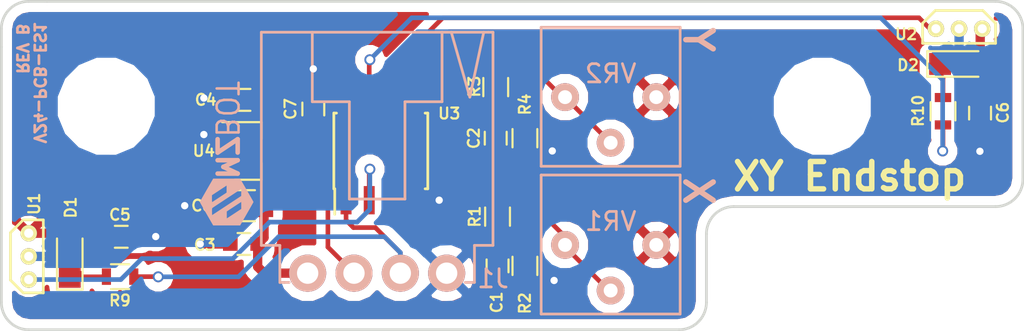
<source format=kicad_pcb>
(kicad_pcb (version 4) (host pcbnew 4.0.2-stable)

  (general
    (links 46)
    (no_connects 0)
    (area 121.924999 92.924999 178.075001 111.075001)
    (thickness 1.6)
    (drawings 25)
    (tracks 121)
    (zones 0)
    (modules 26)
    (nets 14)
  )

  (page A4)
  (title_block
    (title "X-Y Endstop")
    (date 2017-11-09)
    (rev A)
    (comment 3 " CARLOS RUIZ")
    (comment 4 " MAKSIM ZOLIN")
  )

  (layers
    (0 F.Cu signal)
    (31 B.Cu signal hide)
    (32 B.Adhes user)
    (33 F.Adhes user)
    (34 B.Paste user)
    (35 F.Paste user hide)
    (36 B.SilkS user)
    (37 F.SilkS user)
    (38 B.Mask user)
    (39 F.Mask user)
    (40 Dwgs.User user)
    (41 Cmts.User user)
    (42 Eco1.User user)
    (43 Eco2.User user)
    (44 Edge.Cuts user)
    (45 Margin user)
    (46 B.CrtYd user hide)
    (47 F.CrtYd user hide)
    (48 B.Fab user hide)
    (49 F.Fab user hide)
  )

  (setup
    (last_trace_width 0.254)
    (trace_clearance 0.1778)
    (zone_clearance 0.508)
    (zone_45_only no)
    (trace_min 0.2)
    (segment_width 0.2)
    (edge_width 0.15)
    (via_size 0.6)
    (via_drill 0.4)
    (via_min_size 0.4)
    (via_min_drill 0.3)
    (uvia_size 0.3)
    (uvia_drill 0.1)
    (uvias_allowed no)
    (uvia_min_size 0.2)
    (uvia_min_drill 0.1)
    (pcb_text_width 0.3)
    (pcb_text_size 1.5 1.5)
    (mod_edge_width 0.15)
    (mod_text_size 1 1)
    (mod_text_width 0.15)
    (pad_size 4.3 4.3)
    (pad_drill 4.3)
    (pad_to_mask_clearance 0.2)
    (aux_axis_origin 0 0)
    (visible_elements 7FFEFFFF)
    (pcbplotparams
      (layerselection 0x010f0_80000001)
      (usegerberextensions false)
      (excludeedgelayer true)
      (linewidth 0.100000)
      (plotframeref false)
      (viasonmask false)
      (mode 1)
      (useauxorigin false)
      (hpglpennumber 1)
      (hpglpenspeed 20)
      (hpglpendiameter 15)
      (hpglpenoverlay 2)
      (psnegative false)
      (psa4output false)
      (plotreference true)
      (plotvalue true)
      (plotinvisibletext false)
      (padsonsilk false)
      (subtractmaskfromsilk false)
      (outputformat 1)
      (mirror false)
      (drillshape 0)
      (scaleselection 1)
      (outputdirectory ""))
  )

  (net 0 "")
  (net 1 GND)
  (net 2 "Net-(C1-Pad1)")
  (net 3 "Net-(C2-Pad1)")
  (net 4 +5V)
  (net 5 +3V3)
  (net 6 Y_SIG)
  (net 7 X_SIG)
  (net 8 "Net-(U1-Pad3)")
  (net 9 "Net-(U2-Pad3)")
  (net 10 "Net-(D1-Pad1)")
  (net 11 "Net-(D2-Pad1)")
  (net 12 "Net-(R1-Pad2)")
  (net 13 "Net-(R3-Pad2)")

  (net_class Default "This is the default net class."
    (clearance 0.1778)
    (trace_width 0.254)
    (via_dia 0.6)
    (via_drill 0.4)
    (uvia_dia 0.3)
    (uvia_drill 0.1)
    (add_net "Net-(C1-Pad1)")
    (add_net "Net-(C2-Pad1)")
    (add_net "Net-(D1-Pad1)")
    (add_net "Net-(D2-Pad1)")
    (add_net "Net-(R1-Pad2)")
    (add_net "Net-(R3-Pad2)")
    (add_net "Net-(U1-Pad3)")
    (add_net "Net-(U2-Pad3)")
    (add_net X_SIG)
    (add_net Y_SIG)
  )

  (net_class power ""
    (clearance 0.2032)
    (trace_width 0.508)
    (via_dia 0.6)
    (via_drill 0.4)
    (uvia_dia 0.3)
    (uvia_drill 0.1)
    (add_net +3V3)
    (add_net +5V)
    (add_net GND)
  )

  (module MZBOT:CT6EP103 (layer B.Cu) (tedit 5A4E788F) (tstamp 5A4E818B)
    (at 155.4 107.6)
    (path /5A4E811F)
    (fp_text reference VR1 (at 0 -2.54) (layer B.SilkS)
      (effects (font (size 1 1) (thickness 0.15)) (justify mirror))
    )
    (fp_text value 10.0K (at 0 3.81) (layer B.Fab)
      (effects (font (size 1 1) (thickness 0.15)) (justify mirror))
    )
    (fp_line (start -3.81 2.54) (end 3.81 2.54) (layer B.SilkS) (width 0.15))
    (fp_line (start 3.81 2.54) (end 3.81 -5.08) (layer B.SilkS) (width 0.15))
    (fp_line (start 3.81 -5.08) (end -3.81 -5.08) (layer B.SilkS) (width 0.15))
    (fp_line (start -3.81 -5.08) (end -3.81 2.54) (layer B.SilkS) (width 0.15))
    (pad 1 thru_hole circle (at 0 1.25) (size 1.524 1.524) (drill 0.762) (layers *.Cu *.Mask B.SilkS)
      (net 12 "Net-(R1-Pad2)"))
    (pad 2 thru_hole circle (at -2.5 -1.25) (size 1.524 1.524) (drill 0.762) (layers *.Cu *.Mask B.SilkS)
      (net 12 "Net-(R1-Pad2)"))
    (pad 3 thru_hole circle (at 2.5 -1.25) (size 1.524 1.524) (drill 0.762) (layers *.Cu *.Mask B.SilkS)
      (net 5 +3V3))
    (model ../../../../../../Users/cr185092/Documents/KiCAD_Projects/MZBOT_XY-Endstop/MZBOT.pretty/3D_Files/CT6EP103.wrl
      (at (xyz 0 0 0))
      (scale (xyz 1 1 1))
      (rotate (xyz 0 0 0))
    )
  )

  (module Mounting_Holes:MountingHole_4.3mm_M4_DIN965 locked (layer F.Cu) (tedit 5A050E53) (tstamp 5A050797)
    (at 167 98.75)
    (descr "Mounting Hole 4.3mm, no annular, M4, DIN965")
    (tags "mounting hole 4.3mm no annular m4 din965")
    (clearance 60)
    (attr virtual)
    (fp_text reference REF** (at 0 -4.75) (layer F.SilkS) hide
      (effects (font (size 1 1) (thickness 0.15)))
    )
    (fp_text value MountingHole_4.3mm_M4_DIN965 (at 0 4.75) (layer F.Fab)
      (effects (font (size 1 1) (thickness 0.15)))
    )
    (fp_text user %R (at 0.3 0) (layer F.Fab)
      (effects (font (size 1 1) (thickness 0.15)))
    )
    (fp_circle (center 0 0) (end 3.75 0) (layer Cmts.User) (width 0.15))
    (fp_circle (center 0 0) (end 4 0) (layer F.CrtYd) (width 0.05))
    (pad "" np_thru_hole circle (at 0 0) (size 4.3 4.3) (drill 4.3) (layers *.Cu *.Mask)
      (clearance 0.05))
  )

  (module Mounting_Holes:MountingHole_4.3mm_M4_DIN965 locked (layer F.Cu) (tedit 5A050B87) (tstamp 5A05080E)
    (at 127.75 98.75)
    (descr "Mounting Hole 4.3mm, no annular, M4, DIN965")
    (tags "mounting hole 4.3mm no annular m4 din965")
    (attr virtual)
    (fp_text reference REF** (at 0 -4.75) (layer F.SilkS) hide
      (effects (font (size 1 1) (thickness 0.15)))
    )
    (fp_text value MountingHole_4.3mm_M4_DIN965 (at 0 4.75) (layer F.Fab) hide
      (effects (font (size 1 1) (thickness 0.15)))
    )
    (fp_text user %R (at 0.3 0) (layer F.Fab) hide
      (effects (font (size 1 1) (thickness 0.15)))
    )
    (fp_circle (center 0 0) (end 3.75 0) (layer Cmts.User) (width 0.15))
    (fp_circle (center 0 0) (end 4 0) (layer F.CrtYd) (width 0.05))
    (pad 1 np_thru_hole circle (at 0 0) (size 4.3 4.3) (drill 4.3) (layers *.Cu *.Mask))
  )

  (module MZBOT:C_0603 (layer F.Cu) (tedit 5A04D107) (tstamp 5A03688D)
    (at 128.5722 105.9058)
    (descr "Capacitor SMD 0603, reflow soldering, AVX (see smccp.pdf)")
    (tags "capacitor 0603")
    (path /5A05CF4B)
    (attr smd)
    (fp_text reference C5 (at -0.0722 -1.2058) (layer F.SilkS)
      (effects (font (size 0.6 0.6) (thickness 0.12)))
    )
    (fp_text value 1uF (at 0 1.5) (layer F.Fab)
      (effects (font (size 1 1) (thickness 0.15)))
    )
    (fp_line (start 1.4 0.65) (end -1.4 0.65) (layer F.CrtYd) (width 0.05))
    (fp_line (start 1.4 0.65) (end 1.4 -0.65) (layer F.CrtYd) (width 0.05))
    (fp_line (start -1.4 -0.65) (end -1.4 0.65) (layer F.CrtYd) (width 0.05))
    (fp_line (start -1.4 -0.65) (end 1.4 -0.65) (layer F.CrtYd) (width 0.05))
    (fp_line (start 0.35 0.6) (end -0.35 0.6) (layer F.SilkS) (width 0.12))
    (fp_line (start -0.35 -0.6) (end 0.35 -0.6) (layer F.SilkS) (width 0.12))
    (fp_line (start -0.8 -0.4) (end 0.8 -0.4) (layer F.Fab) (width 0.1))
    (fp_line (start 0.8 -0.4) (end 0.8 0.4) (layer F.Fab) (width 0.1))
    (fp_line (start 0.8 0.4) (end -0.8 0.4) (layer F.Fab) (width 0.1))
    (fp_line (start -0.8 0.4) (end -0.8 -0.4) (layer F.Fab) (width 0.1))
    (fp_text user %R (at 0 0) (layer F.Fab)
      (effects (font (size 0.3 0.3) (thickness 0.075)))
    )
    (pad 2 smd rect (at 0.75 0) (size 0.8 0.75) (layers F.Cu F.Paste F.Mask)
      (net 1 GND))
    (pad 1 smd rect (at -0.75 0) (size 0.8 0.75) (layers F.Cu F.Paste F.Mask)
      (net 5 +3V3))
    (model ../../../../../../Users/cr185092/Documents/KiCAD_Projects/MZBOT_XY-Endstop/MZBOT.pretty/3D_Files/C_0603.wrl
      (at (xyz 0 0 0))
      (scale (xyz 1 1 1))
      (rotate (xyz 0 0 0))
    )
  )

  (module MZBOT:1X4_CONN_L_RA (layer B.Cu) (tedit 5A4EEA55) (tstamp 5A020258)
    (at 142.6 107.9 90)
    (path /5A00B701)
    (fp_text reference J1 (at -0.3 6.35 180) (layer B.SilkS)
      (effects (font (size 1 1) (thickness 0.15)) (justify mirror))
    )
    (fp_text value CONN_01X04 (at 6.858 7.62 90) (layer B.Fab)
      (effects (font (size 1 1) (thickness 0.15)) (justify mirror))
    )
    (fp_line (start -0.508 -5.08) (end -0.508 -4.826) (layer B.SilkS) (width 0.15))
    (fp_line (start -0.508 -5.334) (end 1.524 -5.334) (layer B.SilkS) (width 0.15))
    (fp_line (start -0.508 5.334) (end 1.524 5.334) (layer B.SilkS) (width 0.15))
    (fp_line (start -0.508 5.334) (end -0.508 4.826) (layer B.SilkS) (width 0.15))
    (fp_line (start -0.508 -5.08) (end -0.508 -5.334) (layer B.SilkS) (width 0.15))
    (fp_line (start 1.524 -6.35) (end 13.208 -6.35) (layer B.SilkS) (width 0.15))
    (fp_line (start 1.524 6.35) (end 13.208 6.35) (layer B.SilkS) (width 0.15))
    (fp_line (start 1.524 5.334) (end 1.524 6.35) (layer B.SilkS) (width 0.15))
    (fp_line (start 1.524 -5.334) (end 1.524 -6.35) (layer B.SilkS) (width 0.15))
    (fp_line (start 9.398 -1.524) (end 9.398 -3.556) (layer B.SilkS) (width 0.15))
    (fp_line (start 9.398 3.556) (end 9.398 1.524) (layer B.SilkS) (width 0.15))
    (fp_line (start 4.064 1.524) (end 4.064 -1.524) (layer B.SilkS) (width 0.15))
    (fp_line (start 9.398 -1.524) (end 4.064 -1.524) (layer B.SilkS) (width 0.15))
    (fp_line (start 9.398 1.524) (end 4.064 1.524) (layer B.SilkS) (width 0.15))
    (fp_line (start 9.652 5.08) (end 13.208 5.842) (layer B.SilkS) (width 0.15))
    (fp_line (start 9.652 5.08) (end 13.208 4.064) (layer B.SilkS) (width 0.15))
    (fp_line (start 9.398 -3.556) (end 13.208 -3.556) (layer B.SilkS) (width 0.15))
    (fp_line (start 9.398 3.556) (end 13.208 3.556) (layer B.SilkS) (width 0.15))
    (fp_line (start 13.208 0) (end 13.208 -6.35) (layer B.SilkS) (width 0.15))
    (fp_line (start 13.208 6.096) (end 13.208 6.35) (layer B.SilkS) (width 0.15))
    (fp_line (start 13.208 0) (end 13.208 6.096) (layer B.SilkS) (width 0.15))
    (pad 1 thru_hole circle (at 0 3.81 90) (size 2.032 2.032) (drill 1.1684) (layers *.Cu *.Mask B.SilkS)
      (net 1 GND))
    (pad 2 thru_hole circle (at 0 1.27 90) (size 2.032 2.032) (drill 1.1684) (layers *.Cu *.Mask B.SilkS)
      (net 7 X_SIG))
    (pad 3 thru_hole circle (at 0 -1.27 90) (size 2.032 2.032) (drill 1.1684) (layers *.Cu *.Mask B.SilkS)
      (net 6 Y_SIG))
    (pad 4 thru_hole circle (at 0 -3.81 90) (size 2.032 2.032) (drill 1.1684) (layers *.Cu *.Mask B.SilkS)
      (net 4 +5V))
    (model ../../../../../../Users/cr185092/Documents/KiCAD_Projects/MZBOT_XY-Endstop/MZBOT.pretty/3D_Files/1X4_CONN_L_RA.wrl
      (at (xyz 0 0 0))
      (scale (xyz 1 1 1))
      (rotate (xyz 0 0 0))
    )
  )

  (module MZBOT:R_0603 (layer F.Cu) (tedit 5A04D115) (tstamp 5A02032D)
    (at 128.508 108.0902)
    (descr "Resistor SMD 0603, reflow soldering, Vishay (see dcrcw.pdf)")
    (tags "resistor 0603")
    (path /5A06B573)
    (attr smd)
    (fp_text reference R9 (at -0.008 1.3098) (layer F.SilkS)
      (effects (font (size 0.6 0.6) (thickness 0.12)))
    )
    (fp_text value 1.00K (at 0 1.5) (layer F.Fab)
      (effects (font (size 1 1) (thickness 0.15)))
    )
    (fp_text user %R (at 0 0) (layer F.Fab)
      (effects (font (size 0.4 0.4) (thickness 0.075)))
    )
    (fp_line (start -0.8 0.4) (end -0.8 -0.4) (layer F.Fab) (width 0.1))
    (fp_line (start 0.8 0.4) (end -0.8 0.4) (layer F.Fab) (width 0.1))
    (fp_line (start 0.8 -0.4) (end 0.8 0.4) (layer F.Fab) (width 0.1))
    (fp_line (start -0.8 -0.4) (end 0.8 -0.4) (layer F.Fab) (width 0.1))
    (fp_line (start 0.5 0.68) (end -0.5 0.68) (layer F.SilkS) (width 0.12))
    (fp_line (start -0.5 -0.68) (end 0.5 -0.68) (layer F.SilkS) (width 0.12))
    (fp_line (start -1.25 -0.7) (end 1.25 -0.7) (layer F.CrtYd) (width 0.05))
    (fp_line (start -1.25 -0.7) (end -1.25 0.7) (layer F.CrtYd) (width 0.05))
    (fp_line (start 1.25 0.7) (end 1.25 -0.7) (layer F.CrtYd) (width 0.05))
    (fp_line (start 1.25 0.7) (end -1.25 0.7) (layer F.CrtYd) (width 0.05))
    (pad 1 smd rect (at -0.75 0) (size 0.5 0.9) (layers F.Cu F.Paste F.Mask)
      (net 10 "Net-(D1-Pad1)"))
    (pad 2 smd rect (at 0.75 0) (size 0.5 0.9) (layers F.Cu F.Paste F.Mask)
      (net 7 X_SIG))
    (model ../../../../../../Users/cr185092/Documents/KiCAD_Projects/MZBOT_XY-Endstop/MZBOT.pretty/3D_Files/R_0603.wrl
      (at (xyz 0 0 0))
      (scale (xyz 1 1 1))
      (rotate (xyz 0 0 0))
    )
  )

  (module MZBOT:C_0603 (layer F.Cu) (tedit 5A4EEBE0) (tstamp 5A020208)
    (at 149.2 107.5 270)
    (descr "Capacitor SMD 0603, reflow soldering, AVX (see smccp.pdf)")
    (tags "capacitor 0603")
    (path /5A068C4E)
    (attr smd)
    (fp_text reference C1 (at 2 0.05 270) (layer F.SilkS)
      (effects (font (size 0.6 0.6) (thickness 0.12)))
    )
    (fp_text value 0.1uF (at 0 1.5 270) (layer F.Fab)
      (effects (font (size 1 1) (thickness 0.15)))
    )
    (fp_line (start 1.4 0.65) (end -1.4 0.65) (layer F.CrtYd) (width 0.05))
    (fp_line (start 1.4 0.65) (end 1.4 -0.65) (layer F.CrtYd) (width 0.05))
    (fp_line (start -1.4 -0.65) (end -1.4 0.65) (layer F.CrtYd) (width 0.05))
    (fp_line (start -1.4 -0.65) (end 1.4 -0.65) (layer F.CrtYd) (width 0.05))
    (fp_line (start 0.35 0.6) (end -0.35 0.6) (layer F.SilkS) (width 0.12))
    (fp_line (start -0.35 -0.6) (end 0.35 -0.6) (layer F.SilkS) (width 0.12))
    (fp_line (start -0.8 -0.4) (end 0.8 -0.4) (layer F.Fab) (width 0.1))
    (fp_line (start 0.8 -0.4) (end 0.8 0.4) (layer F.Fab) (width 0.1))
    (fp_line (start 0.8 0.4) (end -0.8 0.4) (layer F.Fab) (width 0.1))
    (fp_line (start -0.8 0.4) (end -0.8 -0.4) (layer F.Fab) (width 0.1))
    (fp_text user %R (at 0 0 270) (layer F.Fab)
      (effects (font (size 0.3 0.3) (thickness 0.075)))
    )
    (pad 2 smd rect (at 0.75 0 270) (size 0.8 0.75) (layers F.Cu F.Paste F.Mask)
      (net 1 GND))
    (pad 1 smd rect (at -0.75 0 270) (size 0.8 0.75) (layers F.Cu F.Paste F.Mask)
      (net 2 "Net-(C1-Pad1)"))
    (model ../../../../../../Users/cr185092/Documents/KiCAD_Projects/MZBOT_XY-Endstop/MZBOT.pretty/3D_Files/C_0603.wrl
      (at (xyz 0 0 0))
      (scale (xyz 1 1 1))
      (rotate (xyz 0 0 0))
    )
  )

  (module MZBOT:C_0603 (layer F.Cu) (tedit 5A4EEBF4) (tstamp 5A020219)
    (at 149.1 100.5 270)
    (descr "Capacitor SMD 0603, reflow soldering, AVX (see smccp.pdf)")
    (tags "capacitor 0603")
    (path /5A00BE90)
    (attr smd)
    (fp_text reference C2 (at 0 1.2 270) (layer F.SilkS)
      (effects (font (size 0.6 0.6) (thickness 0.12)))
    )
    (fp_text value 0.1uF (at 0 1.5 270) (layer F.Fab)
      (effects (font (size 1 1) (thickness 0.15)))
    )
    (fp_line (start 1.4 0.65) (end -1.4 0.65) (layer F.CrtYd) (width 0.05))
    (fp_line (start 1.4 0.65) (end 1.4 -0.65) (layer F.CrtYd) (width 0.05))
    (fp_line (start -1.4 -0.65) (end -1.4 0.65) (layer F.CrtYd) (width 0.05))
    (fp_line (start -1.4 -0.65) (end 1.4 -0.65) (layer F.CrtYd) (width 0.05))
    (fp_line (start 0.35 0.6) (end -0.35 0.6) (layer F.SilkS) (width 0.12))
    (fp_line (start -0.35 -0.6) (end 0.35 -0.6) (layer F.SilkS) (width 0.12))
    (fp_line (start -0.8 -0.4) (end 0.8 -0.4) (layer F.Fab) (width 0.1))
    (fp_line (start 0.8 -0.4) (end 0.8 0.4) (layer F.Fab) (width 0.1))
    (fp_line (start 0.8 0.4) (end -0.8 0.4) (layer F.Fab) (width 0.1))
    (fp_line (start -0.8 0.4) (end -0.8 -0.4) (layer F.Fab) (width 0.1))
    (fp_text user %R (at 0 0 270) (layer F.Fab)
      (effects (font (size 0.3 0.3) (thickness 0.075)))
    )
    (pad 2 smd rect (at 0.75 0 270) (size 0.8 0.75) (layers F.Cu F.Paste F.Mask)
      (net 1 GND))
    (pad 1 smd rect (at -0.75 0 270) (size 0.8 0.75) (layers F.Cu F.Paste F.Mask)
      (net 3 "Net-(C2-Pad1)"))
    (model ../../../../../../Users/cr185092/Documents/KiCAD_Projects/MZBOT_XY-Endstop/MZBOT.pretty/3D_Files/C_0603.wrl
      (at (xyz 0 0 0))
      (scale (xyz 1 1 1))
      (rotate (xyz 0 0 0))
    )
  )

  (module MZBOT:C_0603 (layer F.Cu) (tedit 5A4EEC0A) (tstamp 5A02022A)
    (at 135.3 106.3 180)
    (descr "Capacitor SMD 0603, reflow soldering, AVX (see smccp.pdf)")
    (tags "capacitor 0603")
    (path /5A05E066)
    (attr smd)
    (fp_text reference C3 (at 2.15 -0.05 180) (layer F.SilkS)
      (effects (font (size 0.6 0.6) (thickness 0.12)))
    )
    (fp_text value 1uF (at 0 1.5 180) (layer F.Fab)
      (effects (font (size 1 1) (thickness 0.15)))
    )
    (fp_line (start 1.4 0.65) (end -1.4 0.65) (layer F.CrtYd) (width 0.05))
    (fp_line (start 1.4 0.65) (end 1.4 -0.65) (layer F.CrtYd) (width 0.05))
    (fp_line (start -1.4 -0.65) (end -1.4 0.65) (layer F.CrtYd) (width 0.05))
    (fp_line (start -1.4 -0.65) (end 1.4 -0.65) (layer F.CrtYd) (width 0.05))
    (fp_line (start 0.35 0.6) (end -0.35 0.6) (layer F.SilkS) (width 0.12))
    (fp_line (start -0.35 -0.6) (end 0.35 -0.6) (layer F.SilkS) (width 0.12))
    (fp_line (start -0.8 -0.4) (end 0.8 -0.4) (layer F.Fab) (width 0.1))
    (fp_line (start 0.8 -0.4) (end 0.8 0.4) (layer F.Fab) (width 0.1))
    (fp_line (start 0.8 0.4) (end -0.8 0.4) (layer F.Fab) (width 0.1))
    (fp_line (start -0.8 0.4) (end -0.8 -0.4) (layer F.Fab) (width 0.1))
    (fp_text user %R (at 0 0 180) (layer F.Fab)
      (effects (font (size 0.3 0.3) (thickness 0.075)))
    )
    (pad 2 smd rect (at 0.75 0 180) (size 0.8 0.75) (layers F.Cu F.Paste F.Mask)
      (net 1 GND))
    (pad 1 smd rect (at -0.75 0 180) (size 0.8 0.75) (layers F.Cu F.Paste F.Mask)
      (net 4 +5V))
    (model ../../../../../../Users/cr185092/Documents/KiCAD_Projects/MZBOT_XY-Endstop/MZBOT.pretty/3D_Files/C_0603.wrl
      (at (xyz 0 0 0))
      (scale (xyz 1 1 1))
      (rotate (xyz 0 0 0))
    )
  )

  (module MZBOT:C_0603 (layer F.Cu) (tedit 5A4EEC15) (tstamp 5A02023B)
    (at 135.3 98.4 180)
    (descr "Capacitor SMD 0603, reflow soldering, AVX (see smccp.pdf)")
    (tags "capacitor 0603")
    (path /5A05E33A)
    (attr smd)
    (fp_text reference C4 (at 2.1 0 180) (layer F.SilkS)
      (effects (font (size 0.6 0.6) (thickness 0.12)))
    )
    (fp_text value 1uF (at 0 1.5 180) (layer F.Fab)
      (effects (font (size 1 1) (thickness 0.15)))
    )
    (fp_line (start 1.4 0.65) (end -1.4 0.65) (layer F.CrtYd) (width 0.05))
    (fp_line (start 1.4 0.65) (end 1.4 -0.65) (layer F.CrtYd) (width 0.05))
    (fp_line (start -1.4 -0.65) (end -1.4 0.65) (layer F.CrtYd) (width 0.05))
    (fp_line (start -1.4 -0.65) (end 1.4 -0.65) (layer F.CrtYd) (width 0.05))
    (fp_line (start 0.35 0.6) (end -0.35 0.6) (layer F.SilkS) (width 0.12))
    (fp_line (start -0.35 -0.6) (end 0.35 -0.6) (layer F.SilkS) (width 0.12))
    (fp_line (start -0.8 -0.4) (end 0.8 -0.4) (layer F.Fab) (width 0.1))
    (fp_line (start 0.8 -0.4) (end 0.8 0.4) (layer F.Fab) (width 0.1))
    (fp_line (start 0.8 0.4) (end -0.8 0.4) (layer F.Fab) (width 0.1))
    (fp_line (start -0.8 0.4) (end -0.8 -0.4) (layer F.Fab) (width 0.1))
    (fp_text user %R (at 0 0 180) (layer F.Fab)
      (effects (font (size 0.3 0.3) (thickness 0.075)))
    )
    (pad 2 smd rect (at 0.75 0 180) (size 0.8 0.75) (layers F.Cu F.Paste F.Mask)
      (net 1 GND))
    (pad 1 smd rect (at -0.75 0 180) (size 0.8 0.75) (layers F.Cu F.Paste F.Mask)
      (net 5 +3V3))
    (model ../../../../../../Users/cr185092/Documents/KiCAD_Projects/MZBOT_XY-Endstop/MZBOT.pretty/3D_Files/C_0603.wrl
      (at (xyz 0 0 0))
      (scale (xyz 1 1 1))
      (rotate (xyz 0 0 0))
    )
  )

  (module MZBOT:R_0603 (layer F.Cu) (tedit 5A4EEBFA) (tstamp 5A0202A5)
    (at 149.2 104.8 90)
    (descr "Resistor SMD 0603, reflow soldering, Vishay (see dcrcw.pdf)")
    (tags "resistor 0603")
    (path /5A0574A7)
    (attr smd)
    (fp_text reference R1 (at 0 -1.25 90) (layer F.SilkS)
      (effects (font (size 0.6 0.6) (thickness 0.12)))
    )
    (fp_text value 1.00K (at 0 1.5 90) (layer F.Fab)
      (effects (font (size 1 1) (thickness 0.15)))
    )
    (fp_text user %R (at 0 0 90) (layer F.Fab)
      (effects (font (size 0.4 0.4) (thickness 0.075)))
    )
    (fp_line (start -0.8 0.4) (end -0.8 -0.4) (layer F.Fab) (width 0.1))
    (fp_line (start 0.8 0.4) (end -0.8 0.4) (layer F.Fab) (width 0.1))
    (fp_line (start 0.8 -0.4) (end 0.8 0.4) (layer F.Fab) (width 0.1))
    (fp_line (start -0.8 -0.4) (end 0.8 -0.4) (layer F.Fab) (width 0.1))
    (fp_line (start 0.5 0.68) (end -0.5 0.68) (layer F.SilkS) (width 0.12))
    (fp_line (start -0.5 -0.68) (end 0.5 -0.68) (layer F.SilkS) (width 0.12))
    (fp_line (start -1.25 -0.7) (end 1.25 -0.7) (layer F.CrtYd) (width 0.05))
    (fp_line (start -1.25 -0.7) (end -1.25 0.7) (layer F.CrtYd) (width 0.05))
    (fp_line (start 1.25 0.7) (end 1.25 -0.7) (layer F.CrtYd) (width 0.05))
    (fp_line (start 1.25 0.7) (end -1.25 0.7) (layer F.CrtYd) (width 0.05))
    (pad 1 smd rect (at -0.75 0 90) (size 0.5 0.9) (layers F.Cu F.Paste F.Mask)
      (net 2 "Net-(C1-Pad1)"))
    (pad 2 smd rect (at 0.75 0 90) (size 0.5 0.9) (layers F.Cu F.Paste F.Mask)
      (net 12 "Net-(R1-Pad2)"))
    (model ../../../../../../Users/cr185092/Documents/KiCAD_Projects/MZBOT_XY-Endstop/MZBOT.pretty/3D_Files/R_0603.wrl
      (at (xyz 0 0 0))
      (scale (xyz 1 1 1))
      (rotate (xyz 0 0 0))
    )
  )

  (module MZBOT:R_0603 (layer F.Cu) (tedit 5A4EEBDA) (tstamp 5A0202B6)
    (at 150.7 107.5 270)
    (descr "Resistor SMD 0603, reflow soldering, Vishay (see dcrcw.pdf)")
    (tags "resistor 0603")
    (path /5A067D5E)
    (attr smd)
    (fp_text reference R2 (at 2.05 0 270) (layer F.SilkS)
      (effects (font (size 0.6 0.6) (thickness 0.12)))
    )
    (fp_text value 10.0k (at 0 1.5 270) (layer F.Fab)
      (effects (font (size 1 1) (thickness 0.15)))
    )
    (fp_text user %R (at 0 0 270) (layer F.Fab)
      (effects (font (size 0.4 0.4) (thickness 0.075)))
    )
    (fp_line (start -0.8 0.4) (end -0.8 -0.4) (layer F.Fab) (width 0.1))
    (fp_line (start 0.8 0.4) (end -0.8 0.4) (layer F.Fab) (width 0.1))
    (fp_line (start 0.8 -0.4) (end 0.8 0.4) (layer F.Fab) (width 0.1))
    (fp_line (start -0.8 -0.4) (end 0.8 -0.4) (layer F.Fab) (width 0.1))
    (fp_line (start 0.5 0.68) (end -0.5 0.68) (layer F.SilkS) (width 0.12))
    (fp_line (start -0.5 -0.68) (end 0.5 -0.68) (layer F.SilkS) (width 0.12))
    (fp_line (start -1.25 -0.7) (end 1.25 -0.7) (layer F.CrtYd) (width 0.05))
    (fp_line (start -1.25 -0.7) (end -1.25 0.7) (layer F.CrtYd) (width 0.05))
    (fp_line (start 1.25 0.7) (end 1.25 -0.7) (layer F.CrtYd) (width 0.05))
    (fp_line (start 1.25 0.7) (end -1.25 0.7) (layer F.CrtYd) (width 0.05))
    (pad 1 smd rect (at -0.75 0 270) (size 0.5 0.9) (layers F.Cu F.Paste F.Mask)
      (net 2 "Net-(C1-Pad1)"))
    (pad 2 smd rect (at 0.75 0 270) (size 0.5 0.9) (layers F.Cu F.Paste F.Mask)
      (net 1 GND))
    (model ../../../../../../Users/cr185092/Documents/KiCAD_Projects/MZBOT_XY-Endstop/MZBOT.pretty/3D_Files/R_0603.wrl
      (at (xyz 0 0 0))
      (scale (xyz 1 1 1))
      (rotate (xyz 0 0 0))
    )
  )

  (module MZBOT:R_0603 (layer F.Cu) (tedit 5A04B8FA) (tstamp 5A0202C7)
    (at 149.1 97.7 90)
    (descr "Resistor SMD 0603, reflow soldering, Vishay (see dcrcw.pdf)")
    (tags "resistor 0603")
    (path /5A05A462)
    (attr smd)
    (fp_text reference R3 (at 0.03 -1.17 90) (layer F.SilkS)
      (effects (font (size 0.6 0.6) (thickness 0.12)))
    )
    (fp_text value 1.00K (at 0 1.5 90) (layer F.Fab)
      (effects (font (size 1 1) (thickness 0.15)))
    )
    (fp_text user %R (at 0 0 90) (layer F.Fab)
      (effects (font (size 0.4 0.4) (thickness 0.075)))
    )
    (fp_line (start -0.8 0.4) (end -0.8 -0.4) (layer F.Fab) (width 0.1))
    (fp_line (start 0.8 0.4) (end -0.8 0.4) (layer F.Fab) (width 0.1))
    (fp_line (start 0.8 -0.4) (end 0.8 0.4) (layer F.Fab) (width 0.1))
    (fp_line (start -0.8 -0.4) (end 0.8 -0.4) (layer F.Fab) (width 0.1))
    (fp_line (start 0.5 0.68) (end -0.5 0.68) (layer F.SilkS) (width 0.12))
    (fp_line (start -0.5 -0.68) (end 0.5 -0.68) (layer F.SilkS) (width 0.12))
    (fp_line (start -1.25 -0.7) (end 1.25 -0.7) (layer F.CrtYd) (width 0.05))
    (fp_line (start -1.25 -0.7) (end -1.25 0.7) (layer F.CrtYd) (width 0.05))
    (fp_line (start 1.25 0.7) (end 1.25 -0.7) (layer F.CrtYd) (width 0.05))
    (fp_line (start 1.25 0.7) (end -1.25 0.7) (layer F.CrtYd) (width 0.05))
    (pad 1 smd rect (at -0.75 0 90) (size 0.5 0.9) (layers F.Cu F.Paste F.Mask)
      (net 3 "Net-(C2-Pad1)"))
    (pad 2 smd rect (at 0.75 0 90) (size 0.5 0.9) (layers F.Cu F.Paste F.Mask)
      (net 13 "Net-(R3-Pad2)"))
    (model ../../../../../../Users/cr185092/Documents/KiCAD_Projects/MZBOT_XY-Endstop/MZBOT.pretty/3D_Files/R_0603.wrl
      (at (xyz 0 0 0))
      (scale (xyz 1 1 1))
      (rotate (xyz 0 0 0))
    )
  )

  (module MZBOT:R_0603 (layer F.Cu) (tedit 5A4EEBF7) (tstamp 5A0202D8)
    (at 150.7 100.5 270)
    (descr "Resistor SMD 0603, reflow soldering, Vishay (see dcrcw.pdf)")
    (tags "resistor 0603")
    (path /5A00BD6A)
    (attr smd)
    (fp_text reference R4 (at -1.85 0 270) (layer F.SilkS)
      (effects (font (size 0.6 0.6) (thickness 0.12)))
    )
    (fp_text value 10.0k (at 0 1.5 270) (layer F.Fab)
      (effects (font (size 1 1) (thickness 0.15)))
    )
    (fp_text user %R (at 0 0 270) (layer F.Fab)
      (effects (font (size 0.4 0.4) (thickness 0.075)))
    )
    (fp_line (start -0.8 0.4) (end -0.8 -0.4) (layer F.Fab) (width 0.1))
    (fp_line (start 0.8 0.4) (end -0.8 0.4) (layer F.Fab) (width 0.1))
    (fp_line (start 0.8 -0.4) (end 0.8 0.4) (layer F.Fab) (width 0.1))
    (fp_line (start -0.8 -0.4) (end 0.8 -0.4) (layer F.Fab) (width 0.1))
    (fp_line (start 0.5 0.68) (end -0.5 0.68) (layer F.SilkS) (width 0.12))
    (fp_line (start -0.5 -0.68) (end 0.5 -0.68) (layer F.SilkS) (width 0.12))
    (fp_line (start -1.25 -0.7) (end 1.25 -0.7) (layer F.CrtYd) (width 0.05))
    (fp_line (start -1.25 -0.7) (end -1.25 0.7) (layer F.CrtYd) (width 0.05))
    (fp_line (start 1.25 0.7) (end 1.25 -0.7) (layer F.CrtYd) (width 0.05))
    (fp_line (start 1.25 0.7) (end -1.25 0.7) (layer F.CrtYd) (width 0.05))
    (pad 1 smd rect (at -0.75 0 270) (size 0.5 0.9) (layers F.Cu F.Paste F.Mask)
      (net 3 "Net-(C2-Pad1)"))
    (pad 2 smd rect (at 0.75 0 270) (size 0.5 0.9) (layers F.Cu F.Paste F.Mask)
      (net 1 GND))
    (model ../../../../../../Users/cr185092/Documents/KiCAD_Projects/MZBOT_XY-Endstop/MZBOT.pretty/3D_Files/R_0603.wrl
      (at (xyz 0 0 0))
      (scale (xyz 1 1 1))
      (rotate (xyz 0 0 0))
    )
  )

  (module MZBOT:R_0603 (layer F.Cu) (tedit 5A4EEC3F) (tstamp 5A02033E)
    (at 173.6184 99.0224 270)
    (descr "Resistor SMD 0603, reflow soldering, Vishay (see dcrcw.pdf)")
    (tags "resistor 0603")
    (path /5A00E749)
    (attr smd)
    (fp_text reference R10 (at -0.0224 1.3684 270) (layer F.SilkS)
      (effects (font (size 0.6 0.6) (thickness 0.12)))
    )
    (fp_text value 1.00K (at 0 1.5 270) (layer F.Fab)
      (effects (font (size 1 1) (thickness 0.15)))
    )
    (fp_text user %R (at 0 0 270) (layer F.Fab)
      (effects (font (size 0.4 0.4) (thickness 0.075)))
    )
    (fp_line (start -0.8 0.4) (end -0.8 -0.4) (layer F.Fab) (width 0.1))
    (fp_line (start 0.8 0.4) (end -0.8 0.4) (layer F.Fab) (width 0.1))
    (fp_line (start 0.8 -0.4) (end 0.8 0.4) (layer F.Fab) (width 0.1))
    (fp_line (start -0.8 -0.4) (end 0.8 -0.4) (layer F.Fab) (width 0.1))
    (fp_line (start 0.5 0.68) (end -0.5 0.68) (layer F.SilkS) (width 0.12))
    (fp_line (start -0.5 -0.68) (end 0.5 -0.68) (layer F.SilkS) (width 0.12))
    (fp_line (start -1.25 -0.7) (end 1.25 -0.7) (layer F.CrtYd) (width 0.05))
    (fp_line (start -1.25 -0.7) (end -1.25 0.7) (layer F.CrtYd) (width 0.05))
    (fp_line (start 1.25 0.7) (end 1.25 -0.7) (layer F.CrtYd) (width 0.05))
    (fp_line (start 1.25 0.7) (end -1.25 0.7) (layer F.CrtYd) (width 0.05))
    (pad 1 smd rect (at -0.75 0 270) (size 0.5 0.9) (layers F.Cu F.Paste F.Mask)
      (net 11 "Net-(D2-Pad1)"))
    (pad 2 smd rect (at 0.75 0 270) (size 0.5 0.9) (layers F.Cu F.Paste F.Mask)
      (net 6 Y_SIG))
    (model ../../../../../../Users/cr185092/Documents/KiCAD_Projects/MZBOT_XY-Endstop/MZBOT.pretty/3D_Files/R_0603.wrl
      (at (xyz 0 0 0))
      (scale (xyz 1 1 1))
      (rotate (xyz 0 0 0))
    )
  )

  (module MZBOT:SIP-3 locked (layer F.Cu) (tedit 5A04D0FD) (tstamp 5A02034C)
    (at 123.5 106.98 270)
    (path /5A063F20)
    (fp_text reference U1 (at -2.88 -0.3 270) (layer F.SilkS)
      (effects (font (size 0.6 0.6) (thickness 0.12)))
    )
    (fp_text value SS49E (at 0 -3.302 270) (layer F.Fab)
      (effects (font (size 1 1) (thickness 0.15)))
    )
    (fp_line (start -1.3 1) (end 1.3 1) (layer F.SilkS) (width 0.15))
    (fp_line (start 2 -0.8) (end 2 0.3) (layer F.SilkS) (width 0.15))
    (fp_line (start 1.3 1) (end 2 0.3) (layer F.SilkS) (width 0.15))
    (fp_line (start -2 -0.8) (end -2 0.3) (layer F.SilkS) (width 0.15))
    (fp_line (start -2 0.3) (end -1.3 1) (layer F.SilkS) (width 0.15))
    (fp_line (start 0 -0.8) (end 2 -0.8) (layer F.SilkS) (width 0.15))
    (fp_line (start 0 -0.8) (end -2 -0.8) (layer F.SilkS) (width 0.15))
    (pad 2 thru_hole circle (at 0 0 270) (size 0.9 0.9) (drill 0.5) (layers *.Cu *.Mask F.SilkS)
      (net 1 GND))
    (pad 1 thru_hole circle (at -1.27 0 270) (size 0.9 0.9) (drill 0.5) (layers *.Cu *.Mask F.SilkS)
      (net 5 +3V3))
    (pad 3 thru_hole circle (at 1.27 0 270) (size 0.9 0.9) (drill 0.5) (layers *.Cu *.Mask F.SilkS)
      (net 8 "Net-(U1-Pad3)"))
    (model ../../../../../../Users/cr185092/Documents/KiCAD_Projects/MZBOT_XY-Endstop/MZBOT.pretty/3D_Files/SIP-3.wrl
      (at (xyz 0 0 0))
      (scale (xyz 1 1 1))
      (rotate (xyz 0 0 0))
    )
  )

  (module MZBOT:SIP-3 (layer F.Cu) (tedit 5A04D15D) (tstamp 5A02035A)
    (at 174.5 94.5 180)
    (path /5A044B78)
    (fp_text reference U2 (at 2.9 -0.3 180) (layer F.SilkS)
      (effects (font (size 0.6 0.6) (thickness 0.12)))
    )
    (fp_text value SS49E (at 0 -3.302 180) (layer F.Fab)
      (effects (font (size 1 1) (thickness 0.15)))
    )
    (fp_line (start -1.3 1) (end 1.3 1) (layer F.SilkS) (width 0.15))
    (fp_line (start 2 -0.8) (end 2 0.3) (layer F.SilkS) (width 0.15))
    (fp_line (start 1.3 1) (end 2 0.3) (layer F.SilkS) (width 0.15))
    (fp_line (start -2 -0.8) (end -2 0.3) (layer F.SilkS) (width 0.15))
    (fp_line (start -2 0.3) (end -1.3 1) (layer F.SilkS) (width 0.15))
    (fp_line (start 0 -0.8) (end 2 -0.8) (layer F.SilkS) (width 0.15))
    (fp_line (start 0 -0.8) (end -2 -0.8) (layer F.SilkS) (width 0.15))
    (pad 2 thru_hole circle (at 0 0 180) (size 0.9 0.9) (drill 0.5) (layers *.Cu *.Mask F.SilkS)
      (net 1 GND))
    (pad 1 thru_hole circle (at -1.27 0 180) (size 0.9 0.9) (drill 0.5) (layers *.Cu *.Mask F.SilkS)
      (net 5 +3V3))
    (pad 3 thru_hole circle (at 1.27 0 180) (size 0.9 0.9) (drill 0.5) (layers *.Cu *.Mask F.SilkS)
      (net 9 "Net-(U2-Pad3)"))
    (model ../../../../../../Users/cr185092/Documents/KiCAD_Projects/MZBOT_XY-Endstop/MZBOT.pretty/3D_Files/SIP-3.wrl
      (at (xyz 0 0 0))
      (scale (xyz 1 1 1))
      (rotate (xyz 0 0 0))
    )
  )

  (module MZBOT:SOIC-8_3.9x4.9mm_Pitch1.27mm (layer F.Cu) (tedit 5A04D0DF) (tstamp 5A020377)
    (at 142.8 101.2 90)
    (descr "8-Lead Plastic Small Outline (SN) - Narrow, 3.90 mm Body [SOIC] (see Microchip Packaging Specification 00000049BS.pdf)")
    (tags "SOIC 1.27")
    (path /5A00BA58)
    (attr smd)
    (fp_text reference U3 (at 2.05 3.75 180) (layer F.SilkS)
      (effects (font (size 0.6 0.6) (thickness 0.12)))
    )
    (fp_text value LM393 (at 0 3.5 90) (layer F.Fab)
      (effects (font (size 1 1) (thickness 0.15)))
    )
    (fp_text user %R (at 0 0 90) (layer F.Fab)
      (effects (font (size 1 1) (thickness 0.15)))
    )
    (fp_line (start -0.95 -2.45) (end 1.95 -2.45) (layer F.Fab) (width 0.1))
    (fp_line (start 1.95 -2.45) (end 1.95 2.45) (layer F.Fab) (width 0.1))
    (fp_line (start 1.95 2.45) (end -1.95 2.45) (layer F.Fab) (width 0.1))
    (fp_line (start -1.95 2.45) (end -1.95 -1.45) (layer F.Fab) (width 0.1))
    (fp_line (start -1.95 -1.45) (end -0.95 -2.45) (layer F.Fab) (width 0.1))
    (fp_line (start -3.73 -2.7) (end -3.73 2.7) (layer F.CrtYd) (width 0.05))
    (fp_line (start 3.73 -2.7) (end 3.73 2.7) (layer F.CrtYd) (width 0.05))
    (fp_line (start -3.73 -2.7) (end 3.73 -2.7) (layer F.CrtYd) (width 0.05))
    (fp_line (start -3.73 2.7) (end 3.73 2.7) (layer F.CrtYd) (width 0.05))
    (fp_line (start -2.075 -2.575) (end -2.075 -2.525) (layer F.SilkS) (width 0.15))
    (fp_line (start 2.075 -2.575) (end 2.075 -2.43) (layer F.SilkS) (width 0.15))
    (fp_line (start 2.075 2.575) (end 2.075 2.43) (layer F.SilkS) (width 0.15))
    (fp_line (start -2.075 2.575) (end -2.075 2.43) (layer F.SilkS) (width 0.15))
    (fp_line (start -2.075 -2.575) (end 2.075 -2.575) (layer F.SilkS) (width 0.15))
    (fp_line (start -2.075 2.575) (end 2.075 2.575) (layer F.SilkS) (width 0.15))
    (fp_line (start -2.075 -2.525) (end -3.475 -2.525) (layer F.SilkS) (width 0.15))
    (pad 1 smd rect (at -2.7 -1.905 90) (size 1.55 0.6) (layers F.Cu F.Paste F.Mask)
      (net 7 X_SIG))
    (pad 2 smd rect (at -2.7 -0.635 90) (size 1.55 0.6) (layers F.Cu F.Paste F.Mask)
      (net 8 "Net-(U1-Pad3)"))
    (pad 3 smd rect (at -2.7 0.635 90) (size 1.55 0.6) (layers F.Cu F.Paste F.Mask)
      (net 2 "Net-(C1-Pad1)"))
    (pad 4 smd rect (at -2.7 1.905 90) (size 1.55 0.6) (layers F.Cu F.Paste F.Mask)
      (net 1 GND))
    (pad 5 smd rect (at 2.7 1.905 90) (size 1.55 0.6) (layers F.Cu F.Paste F.Mask)
      (net 3 "Net-(C2-Pad1)"))
    (pad 6 smd rect (at 2.7 0.635 90) (size 1.55 0.6) (layers F.Cu F.Paste F.Mask)
      (net 9 "Net-(U2-Pad3)"))
    (pad 7 smd rect (at 2.7 -0.635 90) (size 1.55 0.6) (layers F.Cu F.Paste F.Mask)
      (net 6 Y_SIG))
    (pad 8 smd rect (at 2.7 -1.905 90) (size 1.55 0.6) (layers F.Cu F.Paste F.Mask)
      (net 5 +3V3))
    (model ../../../../../../Users/cr185092/Documents/KiCAD_Projects/MZBOT_XY-Endstop/MZBOT.pretty/3D_Files/SOIC_8_3_9x4_9mm_Pitch1_27mm.wrl
      (at (xyz 0 0 0))
      (scale (xyz 1 1 1))
      (rotate (xyz 0 0 0))
    )
  )

  (module MZBOT:SOT-23 (layer F.Cu) (tedit 5A4EEC20) (tstamp 5A02038C)
    (at 135.5 101.2)
    (descr "SOT-23, Standard")
    (tags SOT-23)
    (path /5A026ACB)
    (attr smd)
    (fp_text reference U4 (at -2.4 0) (layer F.SilkS)
      (effects (font (size 0.6 0.6) (thickness 0.12)))
    )
    (fp_text value AP2210N (at 0 2.5) (layer F.Fab)
      (effects (font (size 1 1) (thickness 0.15)))
    )
    (fp_text user %R (at 0 0 90) (layer F.Fab)
      (effects (font (size 0.5 0.5) (thickness 0.075)))
    )
    (fp_line (start -0.7 -0.95) (end -0.7 1.5) (layer F.Fab) (width 0.1))
    (fp_line (start -0.15 -1.52) (end 0.7 -1.52) (layer F.Fab) (width 0.1))
    (fp_line (start -0.7 -0.95) (end -0.15 -1.52) (layer F.Fab) (width 0.1))
    (fp_line (start 0.7 -1.52) (end 0.7 1.52) (layer F.Fab) (width 0.1))
    (fp_line (start -0.7 1.52) (end 0.7 1.52) (layer F.Fab) (width 0.1))
    (fp_line (start 0.76 1.58) (end 0.76 0.65) (layer F.SilkS) (width 0.12))
    (fp_line (start 0.76 -1.58) (end 0.76 -0.65) (layer F.SilkS) (width 0.12))
    (fp_line (start -1.7 -1.75) (end 1.7 -1.75) (layer F.CrtYd) (width 0.05))
    (fp_line (start 1.7 -1.75) (end 1.7 1.75) (layer F.CrtYd) (width 0.05))
    (fp_line (start 1.7 1.75) (end -1.7 1.75) (layer F.CrtYd) (width 0.05))
    (fp_line (start -1.7 1.75) (end -1.7 -1.75) (layer F.CrtYd) (width 0.05))
    (fp_line (start 0.76 -1.58) (end -1.4 -1.58) (layer F.SilkS) (width 0.12))
    (fp_line (start 0.76 1.58) (end -0.7 1.58) (layer F.SilkS) (width 0.12))
    (pad 1 smd rect (at -1 -0.95) (size 0.9 0.8) (layers F.Cu F.Paste F.Mask)
      (net 1 GND))
    (pad 2 smd rect (at -1 0.95) (size 0.9 0.8) (layers F.Cu F.Paste F.Mask)
      (net 5 +3V3))
    (pad 3 smd rect (at 1 0) (size 0.9 0.8) (layers F.Cu F.Paste F.Mask)
      (net 4 +5V))
    (model ../../../../../../Users/cr185092/Documents/KiCAD_Projects/MZBOT_XY-Endstop/MZBOT.pretty/3D_Files/SOT_23.wrl
      (at (xyz 0 0 0))
      (scale (xyz 1 1 1))
      (rotate (xyz 0 0 0))
    )
  )

  (module MZBOT:C_0603 (layer F.Cu) (tedit 5A4EEC40) (tstamp 5A03689E)
    (at 175.6504 99.124 270)
    (descr "Capacitor SMD 0603, reflow soldering, AVX (see smccp.pdf)")
    (tags "capacitor 0603")
    (path /5A05C646)
    (attr smd)
    (fp_text reference C6 (at -0.024 -1.2496 270) (layer F.SilkS)
      (effects (font (size 0.6 0.6) (thickness 0.12)))
    )
    (fp_text value 1uF (at 0 1.5 270) (layer F.Fab)
      (effects (font (size 1 1) (thickness 0.15)))
    )
    (fp_line (start 1.4 0.65) (end -1.4 0.65) (layer F.CrtYd) (width 0.05))
    (fp_line (start 1.4 0.65) (end 1.4 -0.65) (layer F.CrtYd) (width 0.05))
    (fp_line (start -1.4 -0.65) (end -1.4 0.65) (layer F.CrtYd) (width 0.05))
    (fp_line (start -1.4 -0.65) (end 1.4 -0.65) (layer F.CrtYd) (width 0.05))
    (fp_line (start 0.35 0.6) (end -0.35 0.6) (layer F.SilkS) (width 0.12))
    (fp_line (start -0.35 -0.6) (end 0.35 -0.6) (layer F.SilkS) (width 0.12))
    (fp_line (start -0.8 -0.4) (end 0.8 -0.4) (layer F.Fab) (width 0.1))
    (fp_line (start 0.8 -0.4) (end 0.8 0.4) (layer F.Fab) (width 0.1))
    (fp_line (start 0.8 0.4) (end -0.8 0.4) (layer F.Fab) (width 0.1))
    (fp_line (start -0.8 0.4) (end -0.8 -0.4) (layer F.Fab) (width 0.1))
    (fp_text user %R (at 0 0 270) (layer F.Fab)
      (effects (font (size 0.3 0.3) (thickness 0.075)))
    )
    (pad 2 smd rect (at 0.75 0 270) (size 0.8 0.75) (layers F.Cu F.Paste F.Mask)
      (net 1 GND))
    (pad 1 smd rect (at -0.75 0 270) (size 0.8 0.75) (layers F.Cu F.Paste F.Mask)
      (net 5 +3V3))
    (model ../../../../../../Users/cr185092/Documents/KiCAD_Projects/MZBOT_XY-Endstop/MZBOT.pretty/3D_Files/C_0603.wrl
      (at (xyz 0 0 0))
      (scale (xyz 1 1 1))
      (rotate (xyz 0 0 0))
    )
  )

  (module MZBOT:C_0603 (layer F.Cu) (tedit 5A04D06C) (tstamp 5A0368AF)
    (at 139.1 98.9 270)
    (descr "Capacitor SMD 0603, reflow soldering, AVX (see smccp.pdf)")
    (tags "capacitor 0603")
    (path /5A04B1F6)
    (attr smd)
    (fp_text reference C7 (at 0 1.25 270) (layer F.SilkS)
      (effects (font (size 0.6 0.6) (thickness 0.12)))
    )
    (fp_text value 1uF (at 0 1.5 270) (layer F.Fab)
      (effects (font (size 1 1) (thickness 0.15)))
    )
    (fp_line (start 1.4 0.65) (end -1.4 0.65) (layer F.CrtYd) (width 0.05))
    (fp_line (start 1.4 0.65) (end 1.4 -0.65) (layer F.CrtYd) (width 0.05))
    (fp_line (start -1.4 -0.65) (end -1.4 0.65) (layer F.CrtYd) (width 0.05))
    (fp_line (start -1.4 -0.65) (end 1.4 -0.65) (layer F.CrtYd) (width 0.05))
    (fp_line (start 0.35 0.6) (end -0.35 0.6) (layer F.SilkS) (width 0.12))
    (fp_line (start -0.35 -0.6) (end 0.35 -0.6) (layer F.SilkS) (width 0.12))
    (fp_line (start -0.8 -0.4) (end 0.8 -0.4) (layer F.Fab) (width 0.1))
    (fp_line (start 0.8 -0.4) (end 0.8 0.4) (layer F.Fab) (width 0.1))
    (fp_line (start 0.8 0.4) (end -0.8 0.4) (layer F.Fab) (width 0.1))
    (fp_line (start -0.8 0.4) (end -0.8 -0.4) (layer F.Fab) (width 0.1))
    (fp_text user %R (at 0 0 270) (layer F.Fab)
      (effects (font (size 0.3 0.3) (thickness 0.075)))
    )
    (pad 2 smd rect (at 0.75 0 270) (size 0.8 0.75) (layers F.Cu F.Paste F.Mask)
      (net 5 +3V3))
    (pad 1 smd rect (at -0.75 0 270) (size 0.8 0.75) (layers F.Cu F.Paste F.Mask)
      (net 1 GND))
    (model ../../../../../../Users/cr185092/Documents/KiCAD_Projects/MZBOT_XY-Endstop/MZBOT.pretty/3D_Files/C_0603.wrl
      (at (xyz 0 0 0))
      (scale (xyz 1 1 1))
      (rotate (xyz 0 0 0))
    )
  )

  (module MZBOT:C_0805 (layer F.Cu) (tedit 5A4EEC0E) (tstamp 5A0368C0)
    (at 135.4 104.2 180)
    (descr "Capacitor SMD 0805, reflow soldering, AVX (see smccp.pdf)")
    (tags "capacitor 0805")
    (path /5A042915)
    (attr smd)
    (fp_text reference C8 (at 2.4 0 180) (layer F.SilkS)
      (effects (font (size 0.6 0.6) (thickness 0.12)))
    )
    (fp_text value 10uF (at 0 1.75 180) (layer F.Fab)
      (effects (font (size 1 1) (thickness 0.15)))
    )
    (fp_text user %R (at -0.05 0.05 180) (layer F.Fab)
      (effects (font (size 0.4 0.4) (thickness 0.075)))
    )
    (fp_line (start -1 0.62) (end -1 -0.62) (layer F.Fab) (width 0.1))
    (fp_line (start 1 0.62) (end -1 0.62) (layer F.Fab) (width 0.1))
    (fp_line (start 1 -0.62) (end 1 0.62) (layer F.Fab) (width 0.1))
    (fp_line (start -1 -0.62) (end 1 -0.62) (layer F.Fab) (width 0.1))
    (fp_line (start 0.5 -0.85) (end -0.5 -0.85) (layer F.SilkS) (width 0.12))
    (fp_line (start -0.5 0.85) (end 0.5 0.85) (layer F.SilkS) (width 0.12))
    (fp_line (start -1.75 -0.88) (end 1.75 -0.88) (layer F.CrtYd) (width 0.05))
    (fp_line (start -1.75 -0.88) (end -1.75 0.87) (layer F.CrtYd) (width 0.05))
    (fp_line (start 1.75 0.87) (end 1.75 -0.88) (layer F.CrtYd) (width 0.05))
    (fp_line (start 1.75 0.87) (end -1.75 0.87) (layer F.CrtYd) (width 0.05))
    (pad 1 smd rect (at -1 0 180) (size 1 1.25) (layers F.Cu F.Paste F.Mask)
      (net 4 +5V))
    (pad 2 smd rect (at 1 0 180) (size 1 1.25) (layers F.Cu F.Paste F.Mask)
      (net 1 GND))
    (model ../../../../../../Users/cr185092/Documents/KiCAD_Projects/MZBOT_XY-Endstop/MZBOT.pretty/3D_Files/C_0805.wrl
      (at (xyz 0 0 0))
      (scale (xyz 1 1 1))
      (rotate (xyz 0 0 0))
    )
  )

  (module MZBOT:LED_0805 (layer F.Cu) (tedit 5A04D0F4) (tstamp 5A0368C6)
    (at 125.75 107 90)
    (descr "LED 0805 smd package")
    (tags "LED led 0805 SMD smd SMT smt smdled SMDLED smtled SMTLED")
    (path /5A0591B0)
    (attr smd)
    (fp_text reference D1 (at 2.7 0.05 90) (layer F.SilkS)
      (effects (font (size 0.6 0.6) (thickness 0.12)))
    )
    (fp_text value LED_0805 (at 0 1.55 90) (layer F.Fab)
      (effects (font (size 1 1) (thickness 0.15)))
    )
    (fp_line (start -1.8 -0.7) (end -1.8 0.7) (layer F.SilkS) (width 0.12))
    (fp_line (start -0.4 -0.4) (end -0.4 0.4) (layer F.Fab) (width 0.1))
    (fp_line (start -0.4 0) (end 0.2 -0.4) (layer F.Fab) (width 0.1))
    (fp_line (start 0.2 0.4) (end -0.4 0) (layer F.Fab) (width 0.1))
    (fp_line (start 0.2 -0.4) (end 0.2 0.4) (layer F.Fab) (width 0.1))
    (fp_line (start 1 0.6) (end -1 0.6) (layer F.Fab) (width 0.1))
    (fp_line (start 1 -0.6) (end 1 0.6) (layer F.Fab) (width 0.1))
    (fp_line (start -1 -0.6) (end 1 -0.6) (layer F.Fab) (width 0.1))
    (fp_line (start -1 0.6) (end -1 -0.6) (layer F.Fab) (width 0.1))
    (fp_line (start -1.8 0.7) (end 1 0.7) (layer F.SilkS) (width 0.12))
    (fp_line (start -1.8 -0.7) (end 1 -0.7) (layer F.SilkS) (width 0.12))
    (fp_line (start 1.95 -0.85) (end 1.95 0.85) (layer F.CrtYd) (width 0.05))
    (fp_line (start 1.95 0.85) (end -1.95 0.85) (layer F.CrtYd) (width 0.05))
    (fp_line (start -1.95 0.85) (end -1.95 -0.85) (layer F.CrtYd) (width 0.05))
    (fp_line (start -1.95 -0.85) (end 1.95 -0.85) (layer F.CrtYd) (width 0.05))
    (fp_text user %R (at 0 -1.25 90) (layer F.Fab)
      (effects (font (size 0.4 0.4) (thickness 0.1)))
    )
    (pad 2 smd rect (at 1.1 0 270) (size 1.2 1.2) (layers F.Cu F.Paste F.Mask)
      (net 5 +3V3))
    (pad 1 smd rect (at -1.1 0 270) (size 1.2 1.2) (layers F.Cu F.Paste F.Mask)
      (net 10 "Net-(D1-Pad1)"))
    (model ../../../../../../Users/cr185092/Documents/KiCAD_Projects/MZBOT_XY-Endstop/MZBOT.pretty/3D_Files/LED_0805.wrl
      (at (xyz 0 0 0))
      (scale (xyz 1 1 1))
      (rotate (xyz 0 0 180))
    )
  )

  (module MZBOT:LED_0805 (layer F.Cu) (tedit 5A04D166) (tstamp 5A0368CC)
    (at 174.5582 96.4316)
    (descr "LED 0805 smd package")
    (tags "LED led 0805 SMD smd SMT smt smdled SMDLED smtled SMTLED")
    (path /5A047734)
    (attr smd)
    (fp_text reference D2 (at -2.8582 0.0684) (layer F.SilkS)
      (effects (font (size 0.6 0.6) (thickness 0.12)))
    )
    (fp_text value LED_0805 (at 0 1.55) (layer F.Fab)
      (effects (font (size 1 1) (thickness 0.15)))
    )
    (fp_line (start -1.8 -0.7) (end -1.8 0.7) (layer F.SilkS) (width 0.12))
    (fp_line (start -0.4 -0.4) (end -0.4 0.4) (layer F.Fab) (width 0.1))
    (fp_line (start -0.4 0) (end 0.2 -0.4) (layer F.Fab) (width 0.1))
    (fp_line (start 0.2 0.4) (end -0.4 0) (layer F.Fab) (width 0.1))
    (fp_line (start 0.2 -0.4) (end 0.2 0.4) (layer F.Fab) (width 0.1))
    (fp_line (start 1 0.6) (end -1 0.6) (layer F.Fab) (width 0.1))
    (fp_line (start 1 -0.6) (end 1 0.6) (layer F.Fab) (width 0.1))
    (fp_line (start -1 -0.6) (end 1 -0.6) (layer F.Fab) (width 0.1))
    (fp_line (start -1 0.6) (end -1 -0.6) (layer F.Fab) (width 0.1))
    (fp_line (start -1.8 0.7) (end 1 0.7) (layer F.SilkS) (width 0.12))
    (fp_line (start -1.8 -0.7) (end 1 -0.7) (layer F.SilkS) (width 0.12))
    (fp_line (start 1.95 -0.85) (end 1.95 0.85) (layer F.CrtYd) (width 0.05))
    (fp_line (start 1.95 0.85) (end -1.95 0.85) (layer F.CrtYd) (width 0.05))
    (fp_line (start -1.95 0.85) (end -1.95 -0.85) (layer F.CrtYd) (width 0.05))
    (fp_line (start -1.95 -0.85) (end 1.95 -0.85) (layer F.CrtYd) (width 0.05))
    (fp_text user %R (at 0 -1.25) (layer F.Fab)
      (effects (font (size 0.4 0.4) (thickness 0.1)))
    )
    (pad 2 smd rect (at 1.1 0 180) (size 1.2 1.2) (layers F.Cu F.Paste F.Mask)
      (net 5 +3V3))
    (pad 1 smd rect (at -1.1 0 180) (size 1.2 1.2) (layers F.Cu F.Paste F.Mask)
      (net 11 "Net-(D2-Pad1)"))
    (model ../../../../../../Users/cr185092/Documents/KiCAD_Projects/MZBOT_XY-Endstop/MZBOT.pretty/3D_Files/LED_0805.wrl
      (at (xyz 0 0 0))
      (scale (xyz 1 1 1))
      (rotate (xyz 0 0 180))
    )
  )

  (module MZBOT:CT6EP103 (layer B.Cu) (tedit 5A4E788F) (tstamp 5A4E8195)
    (at 155.4 99.5)
    (path /5A0111B4)
    (fp_text reference VR2 (at 0 -2.54) (layer B.SilkS)
      (effects (font (size 1 1) (thickness 0.15)) (justify mirror))
    )
    (fp_text value 10.0K (at 0 3.81) (layer B.Fab)
      (effects (font (size 1 1) (thickness 0.15)) (justify mirror))
    )
    (fp_line (start -3.81 2.54) (end 3.81 2.54) (layer B.SilkS) (width 0.15))
    (fp_line (start 3.81 2.54) (end 3.81 -5.08) (layer B.SilkS) (width 0.15))
    (fp_line (start 3.81 -5.08) (end -3.81 -5.08) (layer B.SilkS) (width 0.15))
    (fp_line (start -3.81 -5.08) (end -3.81 2.54) (layer B.SilkS) (width 0.15))
    (pad 1 thru_hole circle (at 0 1.25) (size 1.524 1.524) (drill 0.762) (layers *.Cu *.Mask B.SilkS)
      (net 13 "Net-(R3-Pad2)"))
    (pad 2 thru_hole circle (at -2.5 -1.25) (size 1.524 1.524) (drill 0.762) (layers *.Cu *.Mask B.SilkS)
      (net 13 "Net-(R3-Pad2)"))
    (pad 3 thru_hole circle (at 2.5 -1.25) (size 1.524 1.524) (drill 0.762) (layers *.Cu *.Mask B.SilkS)
      (net 5 +3V3))
    (model ../../../../../../Users/cr185092/Documents/KiCAD_Projects/MZBOT_XY-Endstop/MZBOT.pretty/3D_Files/CT6EP103.wrl
      (at (xyz 0 0 0))
      (scale (xyz 1 1 1))
      (rotate (xyz 0 0 0))
    )
  )

  (module MZBOT:LOGO_small (layer B.Cu) (tedit 5A4EE900) (tstamp 5A4EA00B)
    (at 134.35 104 270)
    (fp_text reference G*** (at -0.9 3.5 270) (layer B.SilkS) hide
      (effects (font (thickness 0.3)) (justify mirror))
    )
    (fp_text value LOGO (at 0.75 0 270) (layer B.SilkS) hide
      (effects (font (thickness 0.3)) (justify mirror))
    )
    (fp_poly (pts (xy 0.011887 1.460649) (xy 0.042034 1.444428) (xy 0.088721 1.418582) (xy 0.150224 1.384087)
      (xy 0.224822 1.341915) (xy 0.310795 1.293042) (xy 0.40642 1.238441) (xy 0.509975 1.179085)
      (xy 0.619739 1.11595) (xy 0.646885 1.100303) (xy 1.281545 0.734332) (xy 1.281545 -0.734553)
      (xy 0.646875 -1.100413) (xy 0.535799 -1.164303) (xy 0.430448 -1.224628) (xy 0.332553 -1.280414)
      (xy 0.243843 -1.33069) (xy 0.166049 -1.374481) (xy 0.100901 -1.410815) (xy 0.050128 -1.438719)
      (xy 0.015461 -1.457219) (xy -0.001369 -1.465344) (xy -0.002557 -1.465642) (xy -0.014894 -1.459896)
      (xy -0.045468 -1.443536) (xy -0.092546 -1.417542) (xy -0.154394 -1.382894) (xy -0.229281 -1.340572)
      (xy -0.315474 -1.291557) (xy -0.411239 -1.236827) (xy -0.514845 -1.177364) (xy -0.624558 -1.114147)
      (xy -0.649432 -1.099781) (xy -1.153142 -0.80874) (xy -0.730385 -0.80874) (xy -0.530295 -0.805574)
      (xy -0.330204 -0.802409) (xy -0.327552 -0.798381) (xy -0.009622 -0.798381) (xy -0.00001 -0.801594)
      (xy 0.029036 -0.804364) (xy 0.073862 -0.806506) (xy 0.130813 -0.807833) (xy 0.182387 -0.808182)
      (xy 0.378243 -0.808182) (xy 0.639394 -0.411829) (xy 0.695684 -0.326215) (xy 0.747809 -0.246584)
      (xy 0.794437 -0.174996) (xy 0.834237 -0.113513) (xy 0.865875 -0.064197) (xy 0.88802 -0.02911)
      (xy 0.899338 -0.010314) (xy 0.900545 -0.007738) (xy 0.88963 -0.005187) (xy 0.859401 -0.003005)
      (xy 0.813635 -0.00134) (xy 0.756109 -0.000341) (xy 0.707159 -0.000118) (xy 0.513772 -0.000236)
      (xy 0.254 -0.394408) (xy 0.197719 -0.479901) (xy 0.145446 -0.559487) (xy 0.09854 -0.631082)
      (xy 0.058363 -0.692602) (xy 0.026273 -0.741963) (xy 0.003629 -0.777082) (xy -0.008207 -0.795875)
      (xy -0.009622 -0.798381) (xy -0.327552 -0.798381) (xy 0.198125 0) (xy 0.726455 0.802409)
      (xy 0.534224 0.805585) (xy 0.457219 0.80636) (xy 0.400652 0.805678) (xy 0.361907 0.803393)
      (xy 0.338368 0.799357) (xy 0.327955 0.794039) (xy 0.319545 0.782286) (xy 0.299449 0.752714)
      (xy 0.268655 0.70681) (xy 0.228148 0.646061) (xy 0.178913 0.571952) (xy 0.121936 0.485969)
      (xy 0.058202 0.389599) (xy -0.011303 0.284327) (xy -0.085593 0.171641) (xy -0.163683 0.053026)
      (xy -0.190966 0.011546) (xy -0.270273 -0.109055) (xy -0.34618 -0.224486) (xy -0.417692 -0.333233)
      (xy -0.483812 -0.433782) (xy -0.543545 -0.524617) (xy -0.595895 -0.604225) (xy -0.639866 -0.671092)
      (xy -0.674463 -0.723702) (xy -0.698689 -0.760542) (xy -0.711549 -0.780097) (xy -0.713118 -0.782483)
      (xy -0.730385 -0.80874) (xy -1.153142 -0.80874) (xy -1.281546 -0.734549) (xy -1.281546 0)
      (xy -0.911086 0) (xy -0.712429 0.000119) (xy -0.513773 0.000237) (xy -0.254 0.394409)
      (xy -0.197719 0.479902) (xy -0.145446 0.559488) (xy -0.098541 0.631082) (xy -0.058363 0.692602)
      (xy -0.026273 0.741964) (xy -0.00363 0.777083) (xy 0.008206 0.795876) (xy 0.009621 0.798381)
      (xy 0.00001 0.801595) (xy -0.029035 0.804366) (xy -0.073859 0.806508) (xy -0.130805 0.807834)
      (xy -0.182303 0.808182) (xy -0.378076 0.808182) (xy -0.911086 0) (xy -1.281546 0)
      (xy -1.281546 0.734332) (xy -0.646886 1.100303) (xy -0.535885 1.164202) (xy -0.430679 1.224556)
      (xy -0.332989 1.28039) (xy -0.244536 1.330731) (xy -0.167043 1.374604) (xy -0.102232 1.411035)
      (xy -0.051823 1.439051) (xy -0.017538 1.457678) (xy -0.0011 1.46594) (xy 0 1.466273)
      (xy 0.011887 1.460649)) (layer B.SilkS) (width 0.01))
  )

  (gr_circle (center 127.75 98.75) (end 128 98.75) (layer F.Mask) (width 0.2))
  (gr_circle (center 167 98.75) (end 167.25 98.75) (layer F.Mask) (width 0.2))
  (gr_text V24-PCB-ES1 (at 124.1 97.45 270) (layer B.SilkS)
    (effects (font (size 0.6 0.6) (thickness 0.15)) (justify mirror))
  )
  (gr_text "REV B" (at 123.15 95.6 270) (layer B.SilkS)
    (effects (font (size 0.6 0.6) (thickness 0.15)) (justify mirror))
  )
  (gr_text "XY Endstop" (at 168.5 102.6) (layer F.SilkS)
    (effects (font (size 1.5 1.5) (thickness 0.3)))
  )
  (gr_text BOT (at 134.35 98.9 270) (layer B.SilkS)
    (effects (font (size 1.2 1.1) (thickness 0.14)) (justify mirror))
  )
  (gr_text MZ (at 134.35 101.55 270) (layer B.SilkS)
    (effects (font (size 1.1 1.1) (thickness 0.25)) (justify mirror))
  )
  (gr_text X (at 160.2 103.4 270) (layer B.SilkS)
    (effects (font (size 1.5 1.5) (thickness 0.3)))
  )
  (gr_text Y (at 160.2 95.1 270) (layer B.SilkS)
    (effects (font (size 1.5 1.5) (thickness 0.3)))
  )
  (gr_line (start 160.65 109.5) (end 160.65 105.75) (angle 90) (layer Edge.Cuts) (width 0.15))
  (gr_line (start 178 102.75) (end 178 94.5) (angle 90) (layer Edge.Cuts) (width 0.15))
  (gr_line (start 176.5 104.25) (end 162.15 104.25) (angle 90) (layer Edge.Cuts) (width 0.15))
  (gr_arc (start 176.5 102.75) (end 178 102.75) (angle 90) (layer Edge.Cuts) (width 0.15))
  (gr_line (start 159.15 111) (end 123.5 111) (angle 90) (layer Edge.Cuts) (width 0.15))
  (gr_arc (start 159.15 109.5) (end 160.65 109.5) (angle 90) (layer Edge.Cuts) (width 0.15))
  (gr_arc (start 162.15 105.75) (end 160.65 105.75) (angle 90) (layer Edge.Cuts) (width 0.15))
  (gr_line (start 122 94.5) (end 122 95.5) (layer Edge.Cuts) (width 0.15))
  (gr_line (start 124.5 93) (end 123.5 93) (layer Edge.Cuts) (width 0.15))
  (gr_arc (start 176.5 94.5) (end 176.5 93) (angle 90) (layer Edge.Cuts) (width 0.15))
  (gr_circle (center 175.75 94.5) (end 175.75 94.75) (layer Dwgs.User) (width 0.2))
  (gr_circle (center 123.5 108.25) (end 123.75 108.25) (layer Dwgs.User) (width 0.2))
  (gr_line (start 124.5 93) (end 176.5 93) (angle 90) (layer Edge.Cuts) (width 0.15))
  (gr_line (start 122 109.5) (end 122 95.5) (angle 90) (layer Edge.Cuts) (width 0.15))
  (gr_arc (start 123.5 109.5) (end 123.5 111) (angle 90) (layer Edge.Cuts) (width 0.15))
  (gr_arc (start 123.5 94.5) (end 122 94.5) (angle 90) (layer Edge.Cuts) (width 0.15))

  (segment (start 134.4 104.2) (end 132.05 104.2) (width 0.508) (layer F.Cu) (net 1))
  (via (at 132.05 104.2) (size 0.6) (drill 0.4) (layers F.Cu B.Cu) (net 1))
  (segment (start 139.1 98.15) (end 139.1 96.7) (width 0.508) (layer F.Cu) (net 1))
  (via (at 139.1 96.7) (size 0.6) (drill 0.4) (layers F.Cu B.Cu) (net 1))
  (segment (start 134.55 106.3) (end 132.9 106.3) (width 0.508) (layer F.Cu) (net 1))
  (via (at 132.9 106.3) (size 0.6) (drill 0.4) (layers F.Cu B.Cu) (net 1))
  (segment (start 134.55 98.4) (end 133.2 98.4) (width 0.508) (layer F.Cu) (net 1))
  (via (at 133.1 98.3) (size 0.6) (drill 0.4) (layers F.Cu B.Cu) (net 1))
  (segment (start 133.2 98.4) (end 133.1 98.3) (width 0.508) (layer F.Cu) (net 1) (tstamp 5A4E9A7B))
  (segment (start 134.5 100.25) (end 133.15 100.25) (width 0.508) (layer F.Cu) (net 1))
  (via (at 133.1 100.3) (size 0.6) (drill 0.4) (layers F.Cu B.Cu) (net 1))
  (segment (start 133.15 100.25) (end 133.1 100.3) (width 0.508) (layer F.Cu) (net 1) (tstamp 5A4E9A72))
  (segment (start 149.2 108.25) (end 150.7 108.25) (width 0.508) (layer F.Cu) (net 1))
  (segment (start 150.7 108.25) (end 150.75 108.3) (width 0.508) (layer F.Cu) (net 1) (tstamp 5A4E9A1F))
  (segment (start 150.75 108.3) (end 152.3 108.3) (width 0.508) (layer F.Cu) (net 1) (tstamp 5A4E9A20))
  (via (at 152.3 108.3) (size 0.6) (drill 0.4) (layers F.Cu B.Cu) (net 1))
  (segment (start 144.705 103.9) (end 146 103.9) (width 0.508) (layer F.Cu) (net 1))
  (segment (start 146 103.9) (end 146.1 103.9) (width 0.508) (layer B.Cu) (net 1) (tstamp 5A4E99EE))
  (via (at 146 103.9) (size 0.6) (drill 0.4) (layers F.Cu B.Cu) (net 1))
  (segment (start 150.7 101.25) (end 152.15 101.25) (width 0.508) (layer F.Cu) (net 1))
  (via (at 152.2 101.2) (size 0.6) (drill 0.4) (layers F.Cu B.Cu) (net 1))
  (segment (start 152.15 101.25) (end 152.2 101.2) (width 0.508) (layer F.Cu) (net 1) (tstamp 5A4E99E4))
  (segment (start 149.1 101.25) (end 150.7 101.25) (width 0.508) (layer F.Cu) (net 1))
  (segment (start 175.6504 99.874) (end 175.6504 101.2096) (width 0.508) (layer F.Cu) (net 1))
  (via (at 175.641 101.219) (size 0.6) (drill 0.4) (layers F.Cu B.Cu) (net 1))
  (segment (start 175.6504 101.2096) (end 175.641 101.219) (width 0.508) (layer F.Cu) (net 1) (tstamp 5A04B206))
  (segment (start 123.5 106.98) (end 124.633 106.98) (width 0.508) (layer B.Cu) (net 1))
  (segment (start 124.633 106.98) (end 124.714 107.061) (width 0.508) (layer B.Cu) (net 1) (tstamp 5A04B1EE))
  (segment (start 174.5 94.5) (end 174.5 95.883) (width 0.508) (layer B.Cu) (net 1))
  (segment (start 174.5 95.883) (end 174.498 95.885) (width 0.508) (layer B.Cu) (net 1) (tstamp 5A04B1E8))
  (segment (start 129.3222 105.9058) (end 130.4482 105.9058) (width 0.508) (layer F.Cu) (net 1))
  (segment (start 130.462 105.892) (end 130.462 105.765) (width 0.508) (layer B.Cu) (net 1) (tstamp 5A04AC95))
  (via (at 130.462 105.892) (size 0.6) (drill 0.4) (layers F.Cu B.Cu) (net 1))
  (segment (start 130.4482 105.9058) (end 130.462 105.892) (width 0.508) (layer F.Cu) (net 1) (tstamp 5A04AC91))
  (segment (start 149.2 105.55) (end 149.2 106.75) (width 0.254) (layer F.Cu) (net 2))
  (segment (start 149.2 106.75) (end 150.7 106.75) (width 0.254) (layer F.Cu) (net 2) (tstamp 5A4E98DB))
  (segment (start 149.2 105.55) (end 143.95 105.55) (width 0.254) (layer F.Cu) (net 2))
  (segment (start 143.435 105.035) (end 143.435 103.9) (width 0.254) (layer F.Cu) (net 2) (tstamp 5A4E98D8))
  (segment (start 143.95 105.55) (end 143.435 105.035) (width 0.254) (layer F.Cu) (net 2) (tstamp 5A4E98D7))
  (segment (start 149.1 99.75) (end 150.7 99.75) (width 0.254) (layer F.Cu) (net 3))
  (segment (start 149.1 99.75) (end 149.1 98.45) (width 0.254) (layer F.Cu) (net 3))
  (segment (start 144.705 98.5) (end 144.705 99.405) (width 0.254) (layer F.Cu) (net 3))
  (segment (start 145.05 99.75) (end 149.1 99.75) (width 0.254) (layer F.Cu) (net 3) (tstamp 5A4E98E2))
  (segment (start 144.705 99.405) (end 145.05 99.75) (width 0.254) (layer F.Cu) (net 3) (tstamp 5A4E98E1))
  (segment (start 138.79 107.9) (end 136.4 107.9) (width 0.508) (layer F.Cu) (net 4))
  (segment (start 136.05 107.55) (end 136.05 106.3) (width 0.508) (layer F.Cu) (net 4) (tstamp 5A4E9A48))
  (segment (start 136.4 107.9) (end 136.05 107.55) (width 0.508) (layer F.Cu) (net 4) (tstamp 5A4E9A46))
  (segment (start 136.05 106.3) (end 136.4 105.95) (width 0.508) (layer F.Cu) (net 4) (tstamp 5A4E9A49))
  (segment (start 136.4 105.95) (end 136.4 104.2) (width 0.508) (layer F.Cu) (net 4) (tstamp 5A4E9A4A))
  (segment (start 136.4 104.2) (end 136.5 104.1) (width 0.508) (layer F.Cu) (net 4) (tstamp 5A4E9A4B))
  (segment (start 136.5 104.1) (end 136.5 101.2) (width 0.508) (layer F.Cu) (net 4) (tstamp 5A4E9A4C))
  (segment (start 123.5 105.71) (end 125.56 105.71) (width 0.508) (layer F.Cu) (net 5))
  (segment (start 125.75 105.9) (end 127.8164 105.9) (width 0.508) (layer F.Cu) (net 5) (tstamp 5A03BD14))
  (segment (start 125.56 105.71) (end 125.75 105.9) (width 0.508) (layer F.Cu) (net 5) (tstamp 5A03BD10))
  (segment (start 125.56 105.71) (end 125.75 105.9) (width 0.508) (layer F.Cu) (net 5) (tstamp 5A038C80))
  (segment (start 127.8164 105.9) (end 127.8222 105.9058) (width 0.508) (layer F.Cu) (net 5) (tstamp 5A03BD15))
  (segment (start 175.6582 96.4316) (end 175.6582 94.6118) (width 0.508) (layer F.Cu) (net 5))
  (segment (start 175.6582 94.6118) (end 175.77 94.5) (width 0.508) (layer F.Cu) (net 5) (tstamp 5A03BE11))
  (segment (start 175.6582 96.4316) (end 175.6582 98.3662) (width 0.508) (layer F.Cu) (net 5))
  (segment (start 175.6582 98.3662) (end 175.6504 98.374) (width 0.508) (layer F.Cu) (net 5) (tstamp 5A03BE0E))
  (segment (start 142.165 98.5) (end 142.165 99.535) (width 0.254) (layer F.Cu) (net 6))
  (segment (start 139.9 106.47) (end 141.33 107.9) (width 0.254) (layer F.Cu) (net 6) (tstamp 5A4E99B5))
  (segment (start 139.9 101.8) (end 139.9 106.47) (width 0.254) (layer F.Cu) (net 6) (tstamp 5A4E99B0))
  (segment (start 142.165 99.535) (end 139.9 101.8) (width 0.254) (layer F.Cu) (net 6) (tstamp 5A4E99AE))
  (segment (start 173.6184 99.7724) (end 173.6184 101.1816) (width 0.254) (layer F.Cu) (net 6))
  (segment (start 142.165 96.235) (end 142.165 98.5) (width 0.254) (layer F.Cu) (net 6) (tstamp 5A4E9941))
  (segment (start 142.2 96.2) (end 142.165 96.235) (width 0.254) (layer F.Cu) (net 6) (tstamp 5A4E9940))
  (via (at 142.2 96.2) (size 0.6) (drill 0.4) (layers F.Cu B.Cu) (net 6))
  (segment (start 144.5 93.9) (end 142.2 96.2) (width 0.254) (layer B.Cu) (net 6) (tstamp 5A4E9935))
  (segment (start 170.2 93.9) (end 144.5 93.9) (width 0.254) (layer B.Cu) (net 6) (tstamp 5A4E992E))
  (segment (start 173.6 97.3) (end 170.2 93.9) (width 0.254) (layer B.Cu) (net 6) (tstamp 5A4E9928))
  (segment (start 173.6 101.2) (end 173.6 97.3) (width 0.254) (layer B.Cu) (net 6) (tstamp 5A4E9927))
  (via (at 173.6 101.2) (size 0.6) (drill 0.4) (layers F.Cu B.Cu) (net 6))
  (segment (start 173.6184 101.1816) (end 173.6 101.2) (width 0.254) (layer F.Cu) (net 6) (tstamp 5A4E9922))
  (segment (start 129.258 108.0902) (end 130.5902 108.0902) (width 0.254) (layer F.Cu) (net 7))
  (segment (start 143.87 106.77) (end 143.87 107.9) (width 0.254) (layer B.Cu) (net 7) (tstamp 5A4E9AD6))
  (segment (start 143 105.9) (end 143.87 106.77) (width 0.254) (layer B.Cu) (net 7) (tstamp 5A4E9AD5))
  (segment (start 137.2 105.9) (end 143 105.9) (width 0.254) (layer B.Cu) (net 7) (tstamp 5A4E9AD1))
  (segment (start 135 108.1) (end 137.2 105.9) (width 0.254) (layer B.Cu) (net 7) (tstamp 5A4E9ACF))
  (segment (start 130.6 108.1) (end 135 108.1) (width 0.254) (layer B.Cu) (net 7) (tstamp 5A4E9ACE))
  (via (at 130.6 108.1) (size 0.6) (drill 0.4) (layers F.Cu B.Cu) (net 7))
  (segment (start 130.5902 108.0902) (end 130.6 108.1) (width 0.254) (layer F.Cu) (net 7) (tstamp 5A4E9AC9))
  (segment (start 140.895 103.9) (end 140.895 104.995) (width 0.254) (layer F.Cu) (net 7))
  (segment (start 143.87 106.77) (end 143.87 107.9) (width 0.254) (layer F.Cu) (net 7) (tstamp 5A4E98CF))
  (segment (start 142.5 105.4) (end 143.87 106.77) (width 0.254) (layer F.Cu) (net 7) (tstamp 5A4E98CE))
  (segment (start 141.3 105.4) (end 142.5 105.4) (width 0.254) (layer F.Cu) (net 7) (tstamp 5A4E98CD))
  (segment (start 140.895 104.995) (end 141.3 105.4) (width 0.254) (layer F.Cu) (net 7) (tstamp 5A4E98CC))
  (segment (start 123.5 108.25) (end 128.55 108.25) (width 0.254) (layer B.Cu) (net 8))
  (segment (start 142.165 102.235) (end 142.165 103.9) (width 0.254) (layer F.Cu) (net 8) (tstamp 5A4E9B3C))
  (segment (start 142.2 102.2) (end 142.165 102.235) (width 0.254) (layer F.Cu) (net 8) (tstamp 5A4E9B3B))
  (via (at 142.2 102.2) (size 0.6) (drill 0.4) (layers F.Cu B.Cu) (net 8))
  (segment (start 142.2 104.4) (end 142.2 102.2) (width 0.254) (layer B.Cu) (net 8) (tstamp 5A4E9B37))
  (segment (start 141.5 105.1) (end 142.2 104.4) (width 0.254) (layer B.Cu) (net 8) (tstamp 5A4E9B36))
  (segment (start 136.7 105.1) (end 141.5 105.1) (width 0.254) (layer B.Cu) (net 8) (tstamp 5A4E9B34))
  (segment (start 134.7 107.1) (end 136.7 105.1) (width 0.254) (layer B.Cu) (net 8) (tstamp 5A4E9B31))
  (segment (start 131.2 107.1) (end 134.7 107.1) (width 0.254) (layer B.Cu) (net 8) (tstamp 5A4E9B30))
  (segment (start 131.2 107.1) (end 131.2 107.1) (width 0.254) (layer B.Cu) (net 8) (tstamp 5A4E9B2F))
  (segment (start 129.7 107.1) (end 131.2 107.1) (width 0.254) (layer B.Cu) (net 8) (tstamp 5A4E9B2A))
  (segment (start 128.55 108.25) (end 129.7 107.1) (width 0.254) (layer B.Cu) (net 8) (tstamp 5A4E9B27))
  (segment (start 173.23 94.5) (end 172.9 94.5) (width 0.254) (layer F.Cu) (net 9))
  (segment (start 172.9 94.5) (end 172.3 93.9) (width 0.254) (layer F.Cu) (net 9) (tstamp 5A4E9912))
  (segment (start 143.435 96.665) (end 143.435 98.5) (width 0.254) (layer F.Cu) (net 9) (tstamp 5A4E9916))
  (segment (start 146.2 93.9) (end 143.435 96.665) (width 0.254) (layer F.Cu) (net 9) (tstamp 5A4E9914))
  (segment (start 172.3 93.9) (end 146.2 93.9) (width 0.254) (layer F.Cu) (net 9) (tstamp 5A4E9913))
  (segment (start 173.23 94.5) (end 172.986 94.5) (width 0.254) (layer B.Cu) (net 9))
  (segment (start 125.75 108.1) (end 127.7482 108.1) (width 0.254) (layer F.Cu) (net 10))
  (segment (start 126.225 107.9) (end 126.35 107.9) (width 0.25) (layer F.Cu) (net 10))
  (segment (start 127.65 108.1) (end 127.75 108) (width 0.254) (layer F.Cu) (net 10) (tstamp 5A03BC77))
  (segment (start 127.7482 108.1) (end 127.758 108.0902) (width 0.254) (layer F.Cu) (net 10) (tstamp 5A03BD5D))
  (segment (start 173.4582 96.4316) (end 173.4582 97.0334) (width 0.254) (layer F.Cu) (net 11))
  (segment (start 173.6184 97.1936) (end 173.6184 98.2724) (width 0.254) (layer F.Cu) (net 11) (tstamp 5A03BE15))
  (segment (start 173.4582 97.0334) (end 173.6184 97.1936) (width 0.254) (layer F.Cu) (net 11) (tstamp 5A03BE14))
  (segment (start 152.9 106.35) (end 152.9 105.9) (width 0.254) (layer F.Cu) (net 12))
  (segment (start 152.9 105.9) (end 151.05 104.05) (width 0.254) (layer F.Cu) (net 12) (tstamp 5A4E9901))
  (segment (start 151.05 104.05) (end 149.2 104.05) (width 0.254) (layer F.Cu) (net 12) (tstamp 5A4E9902))
  (segment (start 155.3 108.85) (end 152.8 106.35) (width 0.254) (layer F.Cu) (net 12))
  (segment (start 152.8 106.35) (end 152.8 106) (width 0.254) (layer F.Cu) (net 12) (tstamp 5A4E849D))
  (segment (start 155.4 100.75) (end 152.9 98.25) (width 0.254) (layer F.Cu) (net 13))
  (segment (start 152.9 98.25) (end 152.75 98.25) (width 0.254) (layer F.Cu) (net 13) (tstamp 5A4E98F3))
  (segment (start 152.75 98.25) (end 151.45 96.95) (width 0.254) (layer F.Cu) (net 13) (tstamp 5A4E98F4))
  (segment (start 151.45 96.95) (end 149.1 96.95) (width 0.254) (layer F.Cu) (net 13) (tstamp 5A4E98F5))

  (zone (net 1) (net_name GND) (layer B.Cu) (tstamp 5A04B0D1) (hatch edge 0.508)
    (connect_pads (clearance 0.508))
    (min_thickness 0.254)
    (fill yes (arc_segments 16) (thermal_gap 0.508) (thermal_bridge_width 0.508))
    (polygon
      (pts
        (xy 178 105) (xy 161 105) (xy 161 111) (xy 122 111) (xy 122 93)
        (xy 178 93) (xy 178 105)
      )
    )
    (filled_polygon
      (pts
        (xy 142.057495 95.264875) (xy 142.014833 95.264838) (xy 141.671057 95.406883) (xy 141.407808 95.669673) (xy 141.265162 96.013201)
        (xy 141.264838 96.385167) (xy 141.406883 96.728943) (xy 141.669673 96.992192) (xy 142.013201 97.134838) (xy 142.385167 97.135162)
        (xy 142.728943 96.993117) (xy 142.992192 96.730327) (xy 143.134838 96.386799) (xy 143.134876 96.342754) (xy 144.815631 94.662)
        (xy 169.88437 94.662) (xy 172.838 97.61563) (xy 172.838 100.639534) (xy 172.807808 100.669673) (xy 172.665162 101.013201)
        (xy 172.664838 101.385167) (xy 172.806883 101.728943) (xy 173.069673 101.992192) (xy 173.413201 102.134838) (xy 173.785167 102.135162)
        (xy 174.128943 101.993117) (xy 174.392192 101.730327) (xy 174.534838 101.386799) (xy 174.535162 101.014833) (xy 174.393117 100.671057)
        (xy 174.362 100.639886) (xy 174.362 97.3) (xy 174.303996 97.008395) (xy 174.138815 96.761185) (xy 172.926374 95.548744)
        (xy 173.013233 95.584811) (xy 173.444873 95.585188) (xy 173.8438 95.420354) (xy 173.93674 95.327576) (xy 173.956803 95.463712)
        (xy 174.366948 95.598226) (xy 174.797349 95.565546) (xy 175.043197 95.463712) (xy 175.063232 95.32776) (xy 175.154595 95.419282)
        (xy 175.553233 95.584811) (xy 175.984873 95.585188) (xy 176.3838 95.420354) (xy 176.689282 95.115405) (xy 176.854811 94.716767)
        (xy 176.855188 94.285127) (xy 176.690354 93.8862) (xy 176.53537 93.730945) (xy 176.796996 93.782986) (xy 177.04878 93.951223)
        (xy 177.217014 94.203003) (xy 177.29 94.569927) (xy 177.29 102.680073) (xy 177.217014 103.046997) (xy 177.04878 103.298777)
        (xy 176.796996 103.467014) (xy 176.430073 103.54) (xy 162.15 103.54) (xy 162.081413 103.553643) (xy 162.011486 103.553643)
        (xy 161.43746 103.667824) (xy 161.369428 103.696004) (xy 161.18152 103.773837) (xy 160.694885 104.098997) (xy 160.498997 104.294885)
        (xy 160.173838 104.78152) (xy 160.067824 105.03746) (xy 159.953643 105.611485) (xy 159.953643 105.681413) (xy 159.94 105.75)
        (xy 159.94 109.430073) (xy 159.867014 109.796997) (xy 159.69878 110.048777) (xy 159.446996 110.217014) (xy 159.080073 110.29)
        (xy 123.569927 110.29) (xy 123.203003 110.217014) (xy 122.951223 110.04878) (xy 122.782986 109.796996) (xy 122.71 109.430073)
        (xy 122.71 108.994382) (xy 122.884595 109.169282) (xy 123.283233 109.334811) (xy 123.714873 109.335188) (xy 124.1138 109.170354)
        (xy 124.272431 109.012) (xy 128.55 109.012) (xy 128.841605 108.953996) (xy 129.088815 108.788815) (xy 129.664901 108.212729)
        (xy 129.664838 108.285167) (xy 129.806883 108.628943) (xy 130.069673 108.892192) (xy 130.413201 109.034838) (xy 130.785167 109.035162)
        (xy 131.128943 108.893117) (xy 131.160114 108.862) (xy 135 108.862) (xy 135.291605 108.803996) (xy 135.538815 108.638815)
        (xy 137.51563 106.662) (xy 137.693255 106.662) (xy 137.391166 106.963563) (xy 137.139287 107.570155) (xy 137.138714 108.226963)
        (xy 137.389534 108.833995) (xy 137.853563 109.298834) (xy 138.460155 109.550713) (xy 139.116963 109.551286) (xy 139.723995 109.300466)
        (xy 140.060179 108.964868) (xy 140.393563 109.298834) (xy 141.000155 109.550713) (xy 141.656963 109.551286) (xy 142.263995 109.300466)
        (xy 142.600179 108.964868) (xy 142.933563 109.298834) (xy 143.540155 109.550713) (xy 144.196963 109.551286) (xy 144.803995 109.300466)
        (xy 145.040766 109.064107) (xy 145.425498 109.064107) (xy 145.52612 109.332622) (xy 146.141642 109.561816) (xy 146.798019 109.538014)
        (xy 147.29388 109.332622) (xy 147.37106 109.126661) (xy 154.002758 109.126661) (xy 154.21499 109.640303) (xy 154.60763 110.033629)
        (xy 155.1209 110.246757) (xy 155.676661 110.247242) (xy 156.190303 110.03501) (xy 156.583629 109.64237) (xy 156.796757 109.1291)
        (xy 156.797242 108.573339) (xy 156.58501 108.059697) (xy 156.19237 107.666371) (xy 155.6791 107.453243) (xy 155.123339 107.452758)
        (xy 154.609697 107.66499) (xy 154.216371 108.05763) (xy 154.003243 108.5709) (xy 154.002758 109.126661) (xy 147.37106 109.126661)
        (xy 147.394502 109.064107) (xy 146.41 108.079605) (xy 145.425498 109.064107) (xy 145.040766 109.064107) (xy 145.227565 108.877634)
        (xy 145.245893 108.884502) (xy 146.230395 107.9) (xy 146.589605 107.9) (xy 147.574107 108.884502) (xy 147.842622 108.78388)
        (xy 148.071816 108.168358) (xy 148.048014 107.511981) (xy 147.842622 107.01612) (xy 147.574107 106.915498) (xy 146.589605 107.9)
        (xy 146.230395 107.9) (xy 145.245893 106.915498) (xy 145.227083 106.922547) (xy 145.040755 106.735893) (xy 145.425498 106.735893)
        (xy 146.41 107.720395) (xy 147.394502 106.735893) (xy 147.353569 106.626661) (xy 151.502758 106.626661) (xy 151.71499 107.140303)
        (xy 152.10763 107.533629) (xy 152.6209 107.746757) (xy 153.176661 107.747242) (xy 153.690303 107.53501) (xy 154.083629 107.14237)
        (xy 154.296757 106.6291) (xy 154.296759 106.626661) (xy 156.502758 106.626661) (xy 156.71499 107.140303) (xy 157.10763 107.533629)
        (xy 157.6209 107.746757) (xy 158.176661 107.747242) (xy 158.690303 107.53501) (xy 159.083629 107.14237) (xy 159.296757 106.6291)
        (xy 159.297242 106.073339) (xy 159.08501 105.559697) (xy 158.69237 105.166371) (xy 158.1791 104.953243) (xy 157.623339 104.952758)
        (xy 157.109697 105.16499) (xy 156.716371 105.55763) (xy 156.503243 106.0709) (xy 156.502758 106.626661) (xy 154.296759 106.626661)
        (xy 154.297242 106.073339) (xy 154.08501 105.559697) (xy 153.69237 105.166371) (xy 153.1791 104.953243) (xy 152.623339 104.952758)
        (xy 152.109697 105.16499) (xy 151.716371 105.55763) (xy 151.503243 106.0709) (xy 151.502758 106.626661) (xy 147.353569 106.626661)
        (xy 147.29388 106.467378) (xy 146.678358 106.238184) (xy 146.021981 106.261986) (xy 145.52612 106.467378) (xy 145.425498 106.735893)
        (xy 145.040755 106.735893) (xy 144.806437 106.501166) (xy 144.505798 106.37633) (xy 144.481753 106.340344) (xy 144.408816 106.231185)
        (xy 143.538815 105.361185) (xy 143.291605 105.196004) (xy 143 105.138) (xy 142.539631 105.138) (xy 142.738815 104.938816)
        (xy 142.903996 104.691605) (xy 142.925075 104.585632) (xy 142.962 104.4) (xy 142.962 102.760466) (xy 142.992192 102.730327)
        (xy 143.134838 102.386799) (xy 143.135162 102.014833) (xy 142.993117 101.671057) (xy 142.730327 101.407808) (xy 142.386799 101.265162)
        (xy 142.014833 101.264838) (xy 141.671057 101.406883) (xy 141.407808 101.669673) (xy 141.265162 102.013201) (xy 141.264838 102.385167)
        (xy 141.406883 102.728943) (xy 141.438 102.760114) (xy 141.438 104.084369) (xy 141.18437 104.338) (xy 136.7 104.338)
        (xy 136.44605 104.388514) (xy 136.408395 104.396004) (xy 136.161185 104.561185) (xy 134.38437 106.338) (xy 129.7 106.338)
        (xy 129.408396 106.396003) (xy 129.161185 106.561184) (xy 128.23437 107.488) (xy 124.475255 107.488) (xy 124.598226 107.113052)
        (xy 124.565546 106.682651) (xy 124.463712 106.436803) (xy 124.32776 106.416768) (xy 124.419282 106.325405) (xy 124.584811 105.926767)
        (xy 124.585188 105.495127) (xy 124.420354 105.0962) (xy 124.115405 104.790718) (xy 123.716767 104.625189) (xy 123.285127 104.624812)
        (xy 122.8862 104.789646) (xy 122.71 104.965539) (xy 122.71 99.30154) (xy 124.964518 99.30154) (xy 125.387616 100.325515)
        (xy 126.170365 101.109631) (xy 127.193599 101.534515) (xy 128.30154 101.535482) (xy 129.325515 101.112384) (xy 129.411387 101.026661)
        (xy 154.002758 101.026661) (xy 154.21499 101.540303) (xy 154.60763 101.933629) (xy 155.1209 102.146757) (xy 155.676661 102.147242)
        (xy 156.190303 101.93501) (xy 156.583629 101.54237) (xy 156.796757 101.0291) (xy 156.797242 100.473339) (xy 156.58501 99.959697)
        (xy 156.19237 99.566371) (xy 155.6791 99.353243) (xy 155.123339 99.352758) (xy 154.609697 99.56499) (xy 154.216371 99.95763)
        (xy 154.003243 100.4709) (xy 154.002758 101.026661) (xy 129.411387 101.026661) (xy 130.109631 100.329635) (xy 130.534515 99.306401)
        (xy 130.535195 98.526661) (xy 151.502758 98.526661) (xy 151.71499 99.040303) (xy 152.10763 99.433629) (xy 152.6209 99.646757)
        (xy 153.176661 99.647242) (xy 153.690303 99.43501) (xy 154.083629 99.04237) (xy 154.296757 98.5291) (xy 154.296759 98.526661)
        (xy 156.502758 98.526661) (xy 156.71499 99.040303) (xy 157.10763 99.433629) (xy 157.6209 99.646757) (xy 158.176661 99.647242)
        (xy 158.690303 99.43501) (xy 158.824006 99.30154) (xy 164.214518 99.30154) (xy 164.637616 100.325515) (xy 165.420365 101.109631)
        (xy 166.443599 101.534515) (xy 167.55154 101.535482) (xy 168.575515 101.112384) (xy 169.359631 100.329635) (xy 169.784515 99.306401)
        (xy 169.785482 98.19846) (xy 169.362384 97.174485) (xy 168.579635 96.390369) (xy 167.556401 95.965485) (xy 166.44846 95.964518)
        (xy 165.424485 96.387616) (xy 164.640369 97.170365) (xy 164.215485 98.193599) (xy 164.214518 99.30154) (xy 158.824006 99.30154)
        (xy 159.083629 99.04237) (xy 159.296757 98.5291) (xy 159.297242 97.973339) (xy 159.08501 97.459697) (xy 158.69237 97.066371)
        (xy 158.1791 96.853243) (xy 157.623339 96.852758) (xy 157.109697 97.06499) (xy 156.716371 97.45763) (xy 156.503243 97.9709)
        (xy 156.502758 98.526661) (xy 154.296759 98.526661) (xy 154.297242 97.973339) (xy 154.08501 97.459697) (xy 153.69237 97.066371)
        (xy 153.1791 96.853243) (xy 152.623339 96.852758) (xy 152.109697 97.06499) (xy 151.716371 97.45763) (xy 151.503243 97.9709)
        (xy 151.502758 98.526661) (xy 130.535195 98.526661) (xy 130.535482 98.19846) (xy 130.112384 97.174485) (xy 129.329635 96.390369)
        (xy 128.306401 95.965485) (xy 127.19846 95.964518) (xy 126.174485 96.387616) (xy 125.390369 97.170365) (xy 124.965485 98.193599)
        (xy 124.964518 99.30154) (xy 122.71 99.30154) (xy 122.71 94.569927) (xy 122.782986 94.203004) (xy 122.951223 93.95122)
        (xy 123.203003 93.782986) (xy 123.569927 93.71) (xy 143.612369 93.71)
      )
    )
    (filled_polygon
      (pts
        (xy 123.494601 106.794996) (xy 123.5 106.800395) (xy 123.50539 106.795005) (xy 123.52291 106.79502) (xy 123.693748 106.965858)
        (xy 123.679605 106.98) (xy 123.693748 106.994143) (xy 123.522871 107.165019) (xy 123.505399 107.165004) (xy 123.5 107.159605)
        (xy 123.49461 107.164995) (xy 123.47709 107.16498) (xy 123.306253 106.994143) (xy 123.320395 106.98) (xy 123.306253 106.965858)
        (xy 123.477129 106.794981)
      )
    )
    (filled_polygon
      (pts
        (xy 174.685019 94.477129) (xy 174.685004 94.494601) (xy 174.679605 94.5) (xy 174.684995 94.50539) (xy 174.68498 94.52291)
        (xy 174.514143 94.693748) (xy 174.5 94.679605) (xy 174.485858 94.693748) (xy 174.314981 94.522871) (xy 174.314996 94.505399)
        (xy 174.320395 94.5) (xy 174.315005 94.49461) (xy 174.31502 94.47709) (xy 174.485858 94.306253) (xy 174.5 94.320395)
        (xy 174.514143 94.306253)
      )
    )
  )
  (zone (net 5) (net_name +3V3) (layer F.Cu) (tstamp 5A04B1A2) (hatch edge 0.508)
    (connect_pads (clearance 0.508))
    (min_thickness 0.254)
    (fill yes (arc_segments 16) (thermal_gap 0.508) (thermal_bridge_width 0.508))
    (polygon
      (pts
        (xy 178 105) (xy 161 105) (xy 161 111) (xy 122 111) (xy 122 93)
        (xy 178 93) (xy 178 105)
      )
    )
    (filled_polygon
      (pts
        (xy 143.097847 95.924523) (xy 142.993117 95.671057) (xy 142.730327 95.407808) (xy 142.386799 95.265162) (xy 142.014833 95.264838)
        (xy 141.671057 95.406883) (xy 141.407808 95.669673) (xy 141.265162 96.013201) (xy 141.264838 96.385167) (xy 141.403 96.719545)
        (xy 141.403 97.123837) (xy 141.32131 97.09) (xy 141.18075 97.09) (xy 141.022 97.24875) (xy 141.022 98.373)
        (xy 141.042 98.373) (xy 141.042 98.627) (xy 141.022 98.627) (xy 141.022 98.647) (xy 140.768 98.647)
        (xy 140.768 98.627) (xy 140.748 98.627) (xy 140.748 98.373) (xy 140.768 98.373) (xy 140.768 97.24875)
        (xy 140.60925 97.09) (xy 140.46869 97.09) (xy 140.235301 97.186673) (xy 140.056673 97.365302) (xy 140.027444 97.435866)
        (xy 139.989 97.376121) (xy 139.989 96.997189) (xy 140.034838 96.886799) (xy 140.035162 96.514833) (xy 139.893117 96.171057)
        (xy 139.630327 95.907808) (xy 139.286799 95.765162) (xy 138.914833 95.764838) (xy 138.571057 95.906883) (xy 138.307808 96.169673)
        (xy 138.165162 96.513201) (xy 138.164838 96.885167) (xy 138.211 96.996888) (xy 138.211 97.377468) (xy 138.128569 97.49811)
        (xy 138.07756 97.75) (xy 138.07756 98.55) (xy 138.121838 98.785317) (xy 138.188329 98.888646) (xy 138.186673 98.890302)
        (xy 138.09 99.123691) (xy 138.09 99.36425) (xy 138.24875 99.523) (xy 138.973 99.523) (xy 138.973 99.503)
        (xy 139.227 99.503) (xy 139.227 99.523) (xy 139.247 99.523) (xy 139.247 99.777) (xy 139.227 99.777)
        (xy 139.227 100.52625) (xy 139.38575 100.685) (xy 139.60131 100.685) (xy 139.834699 100.588327) (xy 140.013327 100.409698)
        (xy 140.11 100.176309) (xy 140.11 99.93575) (xy 139.951252 99.777002) (xy 140.11 99.777002) (xy 140.11 99.688025)
        (xy 140.235301 99.813327) (xy 140.46869 99.91) (xy 140.60925 99.91) (xy 140.767998 99.751252) (xy 140.767998 99.854371)
        (xy 139.361185 101.261185) (xy 139.196004 101.508395) (xy 139.138 101.8) (xy 139.138 106.256826) (xy 139.119845 106.249287)
        (xy 138.463037 106.248714) (xy 137.856005 106.499534) (xy 137.391166 106.963563) (xy 137.371468 107.011) (xy 136.988961 107.011)
        (xy 137.046431 106.92689) (xy 137.09744 106.675) (xy 137.09744 106.475619) (xy 137.221329 106.290206) (xy 137.289 105.95)
        (xy 137.289 105.32927) (xy 137.351441 105.28909) (xy 137.496431 105.07689) (xy 137.54744 104.825) (xy 137.54744 103.575)
        (xy 137.503162 103.339683) (xy 137.389 103.16227) (xy 137.389 102.072096) (xy 137.401441 102.06409) (xy 137.546431 101.85189)
        (xy 137.59744 101.6) (xy 137.59744 100.8) (xy 137.553162 100.564683) (xy 137.41409 100.348559) (xy 137.20189 100.203569)
        (xy 136.95 100.15256) (xy 136.05 100.15256) (xy 135.814683 100.196838) (xy 135.598559 100.33591) (xy 135.59744 100.337548)
        (xy 135.59744 99.93575) (xy 138.09 99.93575) (xy 138.09 100.176309) (xy 138.186673 100.409698) (xy 138.365301 100.588327)
        (xy 138.59869 100.685) (xy 138.81425 100.685) (xy 138.973 100.52625) (xy 138.973 99.777) (xy 138.24875 99.777)
        (xy 138.09 99.93575) (xy 135.59744 99.93575) (xy 135.59744 99.85) (xy 135.553162 99.614683) (xy 135.41409 99.398559)
        (xy 135.28776 99.312242) (xy 135.288646 99.311671) (xy 135.290302 99.313327) (xy 135.523691 99.41) (xy 135.76425 99.41)
        (xy 135.923 99.25125) (xy 135.923 98.527) (xy 136.177 98.527) (xy 136.177 99.25125) (xy 136.33575 99.41)
        (xy 136.576309 99.41) (xy 136.809698 99.313327) (xy 136.988327 99.134699) (xy 137.085 98.90131) (xy 137.085 98.68575)
        (xy 136.92625 98.527) (xy 136.177 98.527) (xy 135.923 98.527) (xy 135.903 98.527) (xy 135.903 98.273)
        (xy 135.923 98.273) (xy 135.923 97.54875) (xy 136.177 97.54875) (xy 136.177 98.273) (xy 136.92625 98.273)
        (xy 137.085 98.11425) (xy 137.085 97.89869) (xy 136.988327 97.665301) (xy 136.809698 97.486673) (xy 136.576309 97.39)
        (xy 136.33575 97.39) (xy 136.177 97.54875) (xy 135.923 97.54875) (xy 135.76425 97.39) (xy 135.523691 97.39)
        (xy 135.290302 97.486673) (xy 135.288932 97.488043) (xy 135.20189 97.428569) (xy 134.95 97.37756) (xy 134.15 97.37756)
        (xy 133.914683 97.421838) (xy 133.776121 97.511) (xy 133.633513 97.511) (xy 133.630327 97.507808) (xy 133.286799 97.365162)
        (xy 132.914833 97.364838) (xy 132.571057 97.506883) (xy 132.307808 97.769673) (xy 132.165162 98.113201) (xy 132.164838 98.485167)
        (xy 132.306883 98.828943) (xy 132.569673 99.092192) (xy 132.825527 99.198432) (xy 132.859794 99.221329) (xy 132.899861 99.229299)
        (xy 132.913201 99.234838) (xy 132.927772 99.234851) (xy 133.2 99.289) (xy 133.749161 99.289) (xy 133.63727 99.361)
        (xy 133.15 99.361) (xy 133.129764 99.365025) (xy 132.914833 99.364838) (xy 132.571057 99.506883) (xy 132.307808 99.769673)
        (xy 132.165162 100.113201) (xy 132.164838 100.485167) (xy 132.306883 100.828943) (xy 132.569673 101.092192) (xy 132.913201 101.234838)
        (xy 133.285167 101.235162) (xy 133.517897 101.139) (xy 133.640879 101.139) (xy 133.72575 101.19699) (xy 133.690302 101.211673)
        (xy 133.511673 101.390301) (xy 133.415 101.62369) (xy 133.415 101.86425) (xy 133.57375 102.023) (xy 134.373 102.023)
        (xy 134.373 102.003) (xy 134.627 102.003) (xy 134.627 102.023) (xy 135.42625 102.023) (xy 135.512262 101.936988)
        (xy 135.58591 102.051441) (xy 135.611 102.068584) (xy 135.611 103.006382) (xy 135.448559 103.11091) (xy 135.400866 103.180711)
        (xy 135.36409 103.123559) (xy 135.310846 103.087179) (xy 135.488327 102.909699) (xy 135.585 102.67631) (xy 135.585 102.43575)
        (xy 135.42625 102.277) (xy 134.627 102.277) (xy 134.627 102.297) (xy 134.373 102.297) (xy 134.373 102.277)
        (xy 133.57375 102.277) (xy 133.415 102.43575) (xy 133.415 102.67631) (xy 133.511673 102.909699) (xy 133.609392 103.007417)
        (xy 133.448559 103.11091) (xy 133.311843 103.311) (xy 132.347189 103.311) (xy 132.236799 103.265162) (xy 131.864833 103.264838)
        (xy 131.521057 103.406883) (xy 131.257808 103.669673) (xy 131.115162 104.013201) (xy 131.114838 104.385167) (xy 131.256883 104.728943)
        (xy 131.519673 104.992192) (xy 131.863201 105.134838) (xy 132.235167 105.135162) (xy 132.346888 105.089) (xy 133.315295 105.089)
        (xy 133.43591 105.276441) (xy 133.632844 105.411) (xy 133.197189 105.411) (xy 133.086799 105.365162) (xy 132.714833 105.364838)
        (xy 132.371057 105.506883) (xy 132.107808 105.769673) (xy 131.965162 106.113201) (xy 131.964838 106.485167) (xy 132.106883 106.828943)
        (xy 132.369673 107.092192) (xy 132.713201 107.234838) (xy 133.085167 107.235162) (xy 133.196888 107.189) (xy 133.777468 107.189)
        (xy 133.89811 107.271431) (xy 134.15 107.32244) (xy 134.95 107.32244) (xy 135.161 107.282738) (xy 135.161 107.55)
        (xy 135.228671 107.890206) (xy 135.362303 108.0902) (xy 135.421382 108.178618) (xy 135.771382 108.528618) (xy 136.059794 108.721329)
        (xy 136.4 108.789) (xy 137.370942 108.789) (xy 137.389534 108.833995) (xy 137.853563 109.298834) (xy 138.460155 109.550713)
        (xy 139.116963 109.551286) (xy 139.723995 109.300466) (xy 140.060179 108.964868) (xy 140.393563 109.298834) (xy 141.000155 109.550713)
        (xy 141.656963 109.551286) (xy 142.263995 109.300466) (xy 142.600179 108.964868) (xy 142.933563 109.298834) (xy 143.540155 109.550713)
        (xy 144.196963 109.551286) (xy 144.803995 109.300466) (xy 145.140179 108.964868) (xy 145.473563 109.298834) (xy 146.080155 109.550713)
        (xy 146.736963 109.551286) (xy 147.343995 109.300466) (xy 147.808834 108.836437) (xy 148.060713 108.229845) (xy 148.061286 107.573037)
        (xy 147.810466 106.966005) (xy 147.346437 106.501166) (xy 146.890875 106.312) (xy 148.185255 106.312) (xy 148.17756 106.35)
        (xy 148.17756 107.15) (xy 148.221838 107.385317) (xy 148.29562 107.499978) (xy 148.228569 107.59811) (xy 148.17756 107.85)
        (xy 148.17756 108.65) (xy 148.221838 108.885317) (xy 148.36091 109.101441) (xy 148.57311 109.246431) (xy 148.825 109.29744)
        (xy 149.575 109.29744) (xy 149.810317 109.253162) (xy 149.98773 109.139) (xy 150.208322 109.139) (xy 150.25 109.14744)
        (xy 150.541061 109.14744) (xy 150.75 109.189) (xy 152.002811 109.189) (xy 152.113201 109.234838) (xy 152.485167 109.235162)
        (xy 152.828943 109.093117) (xy 153.092192 108.830327) (xy 153.234838 108.486799) (xy 153.235162 108.114833) (xy 153.093117 107.771057)
        (xy 153.06925 107.747148) (xy 153.119562 107.747192) (xy 154.003191 108.630821) (xy 154.002758 109.126661) (xy 154.21499 109.640303)
        (xy 154.60763 110.033629) (xy 155.1209 110.246757) (xy 155.676661 110.247242) (xy 156.190303 110.03501) (xy 156.583629 109.64237)
        (xy 156.796757 109.1291) (xy 156.797242 108.573339) (xy 156.58501 108.059697) (xy 156.19237 107.666371) (xy 155.6791 107.453243)
        (xy 155.123339 107.452758) (xy 155.022184 107.494554) (xy 154.857843 107.330213) (xy 157.099392 107.330213) (xy 157.168857 107.572397)
        (xy 157.692302 107.759144) (xy 158.247368 107.731362) (xy 158.631143 107.572397) (xy 158.700608 107.330213) (xy 157.9 106.529605)
        (xy 157.099392 107.330213) (xy 154.857843 107.330213) (xy 154.255673 106.728043) (xy 154.296757 106.6291) (xy 154.297181 106.142302)
        (xy 156.490856 106.142302) (xy 156.518638 106.697368) (xy 156.677603 107.081143) (xy 156.919787 107.150608) (xy 157.720395 106.35)
        (xy 158.079605 106.35) (xy 158.880213 107.150608) (xy 159.122397 107.081143) (xy 159.309144 106.557698) (xy 159.281362 106.002632)
        (xy 159.122397 105.618857) (xy 158.880213 105.549392) (xy 158.079605 106.35) (xy 157.720395 106.35) (xy 156.919787 105.549392)
        (xy 156.677603 105.618857) (xy 156.490856 106.142302) (xy 154.297181 106.142302) (xy 154.297242 106.073339) (xy 154.08501 105.559697)
        (xy 153.895432 105.369787) (xy 157.099392 105.369787) (xy 157.9 106.170395) (xy 158.700608 105.369787) (xy 158.631143 105.127603)
        (xy 158.107698 104.940856) (xy 157.552632 104.968638) (xy 157.168857 105.127603) (xy 157.099392 105.369787) (xy 153.895432 105.369787)
        (xy 153.69237 105.166371) (xy 153.1791 104.953243) (xy 153.030744 104.953114) (xy 151.588815 103.511185) (xy 151.481474 103.439462)
        (xy 151.341605 103.346004) (xy 151.05 103.288) (xy 150.025459 103.288) (xy 149.90189 103.203569) (xy 149.65 103.15256)
        (xy 148.75 103.15256) (xy 148.514683 103.196838) (xy 148.298559 103.33591) (xy 148.153569 103.54811) (xy 148.10256 103.8)
        (xy 148.10256 104.3) (xy 148.146838 104.535317) (xy 148.28591 104.751441) (xy 148.339416 104.788) (xy 146.299308 104.788)
        (xy 146.528943 104.693117) (xy 146.792192 104.430327) (xy 146.934838 104.086799) (xy 146.935162 103.714833) (xy 146.793117 103.371057)
        (xy 146.530327 103.107808) (xy 146.186799 102.965162) (xy 145.814833 102.964838) (xy 145.703112 103.011) (xy 145.630989 103.011)
        (xy 145.608162 102.889683) (xy 145.46909 102.673559) (xy 145.25689 102.528569) (xy 145.005 102.47756) (xy 144.405 102.47756)
        (xy 144.169683 102.521838) (xy 144.070472 102.585678) (xy 143.98689 102.528569) (xy 143.735 102.47756) (xy 143.135 102.47756)
        (xy 143.093943 102.485285) (xy 143.134838 102.386799) (xy 143.135162 102.014833) (xy 142.993117 101.671057) (xy 142.730327 101.407808)
        (xy 142.386799 101.265162) (xy 142.014833 101.264838) (xy 141.671057 101.406883) (xy 141.407808 101.669673) (xy 141.265162 102.013201)
        (xy 141.264838 102.385167) (xy 141.312877 102.501431) (xy 141.195 102.47756) (xy 140.662 102.47756) (xy 140.662 102.11563)
        (xy 142.703816 100.073815) (xy 142.813411 99.909794) (xy 142.852856 99.85076) (xy 142.88311 99.871431) (xy 143.135 99.92244)
        (xy 143.735 99.92244) (xy 143.970317 99.878162) (xy 144.069528 99.814322) (xy 144.088172 99.827061) (xy 144.151903 99.92244)
        (xy 144.166185 99.943815) (xy 144.511185 100.288816) (xy 144.65561 100.385317) (xy 144.758395 100.453996) (xy 145.05 100.512)
        (xy 148.187405 100.512) (xy 148.128569 100.59811) (xy 148.07756 100.85) (xy 148.07756 101.65) (xy 148.121838 101.885317)
        (xy 148.26091 102.101441) (xy 148.47311 102.246431) (xy 148.725 102.29744) (xy 149.475 102.29744) (xy 149.710317 102.253162)
        (xy 149.88773 102.139) (xy 150.208322 102.139) (xy 150.25 102.14744) (xy 151.15 102.14744) (xy 151.194855 102.139)
        (xy 152.15 102.139) (xy 152.170236 102.134975) (xy 152.385167 102.135162) (xy 152.728943 101.993117) (xy 152.992192 101.730327)
        (xy 153.134838 101.386799) (xy 153.135162 101.014833) (xy 152.993117 100.671057) (xy 152.730327 100.407808) (xy 152.386799 100.265162)
        (xy 152.014833 100.264838) (xy 151.782103 100.361) (xy 151.671879 100.361) (xy 151.746431 100.25189) (xy 151.79744 100)
        (xy 151.79744 99.5) (xy 151.753162 99.264683) (xy 151.61409 99.048559) (xy 151.40189 98.903569) (xy 151.15 98.85256)
        (xy 150.25 98.85256) (xy 150.16324 98.868885) (xy 150.19744 98.7) (xy 150.19744 98.2) (xy 150.153162 97.964683)
        (xy 150.01409 97.748559) (xy 149.960584 97.712) (xy 151.13437 97.712) (xy 151.503147 98.080778) (xy 151.502758 98.526661)
        (xy 151.71499 99.040303) (xy 152.10763 99.433629) (xy 152.6209 99.646757) (xy 153.176661 99.647242) (xy 153.207054 99.634684)
        (xy 154.014987 100.442617) (xy 154.003243 100.4709) (xy 154.002758 101.026661) (xy 154.21499 101.540303) (xy 154.60763 101.933629)
        (xy 155.1209 102.146757) (xy 155.676661 102.147242) (xy 156.190303 101.93501) (xy 156.583629 101.54237) (xy 156.796757 101.0291)
        (xy 156.797242 100.473339) (xy 156.58501 99.959697) (xy 156.19237 99.566371) (xy 155.6791 99.353243) (xy 155.123339 99.352758)
        (xy 155.092946 99.365316) (xy 154.957843 99.230213) (xy 157.099392 99.230213) (xy 157.168857 99.472397) (xy 157.692302 99.659144)
        (xy 158.247368 99.631362) (xy 158.631143 99.472397) (xy 158.700608 99.230213) (xy 157.9 98.429605) (xy 157.099392 99.230213)
        (xy 154.957843 99.230213) (xy 154.285013 98.557383) (xy 154.296757 98.5291) (xy 154.297181 98.042302) (xy 156.490856 98.042302)
        (xy 156.518638 98.597368) (xy 156.677603 98.981143) (xy 156.919787 99.050608) (xy 157.720395 98.25) (xy 158.079605 98.25)
        (xy 158.880213 99.050608) (xy 159.122397 98.981143) (xy 159.309144 98.457698) (xy 159.284243 97.96018) (xy 162.92322 97.96018)
        (xy 162.92322 99.53244) (xy 162.93282 99.580878) (xy 163.53226 101.033758) (xy 163.559755 101.07502) (xy 164.669735 102.18754)
        (xy 164.711027 102.215168) (xy 166.163907 102.817148) (xy 166.21252 102.82682) (xy 167.78478 102.82682) (xy 167.83329 102.81719)
        (xy 169.28363 102.21775) (xy 169.32482 102.190285) (xy 170.43734 101.080305) (xy 170.464938 101.039086) (xy 171.066918 99.588746)
        (xy 171.07662 99.54006) (xy 171.07662 97.9678) (xy 171.06702 97.919362) (xy 170.46758 96.466482) (xy 170.440085 96.42522)
        (xy 169.330105 95.3127) (xy 169.288886 95.285102) (xy 167.838546 94.683122) (xy 167.78986 94.67342) (xy 166.2176 94.67342)
        (xy 166.169162 94.68302) (xy 164.716282 95.28246) (xy 164.67502 95.309955) (xy 163.5625 96.419935) (xy 163.534902 96.461154)
        (xy 162.932922 97.911494) (xy 162.92322 97.96018) (xy 159.284243 97.96018) (xy 159.281362 97.902632) (xy 159.122397 97.518857)
        (xy 158.880213 97.449392) (xy 158.079605 98.25) (xy 157.720395 98.25) (xy 156.919787 97.449392) (xy 156.677603 97.518857)
        (xy 156.490856 98.042302) (xy 154.297181 98.042302) (xy 154.297242 97.973339) (xy 154.08501 97.459697) (xy 153.895432 97.269787)
        (xy 157.099392 97.269787) (xy 157.9 98.070395) (xy 158.700608 97.269787) (xy 158.631143 97.027603) (xy 158.107698 96.840856)
        (xy 157.552632 96.868638) (xy 157.168857 97.027603) (xy 157.099392 97.269787) (xy 153.895432 97.269787) (xy 153.69237 97.066371)
        (xy 153.1791 96.853243) (xy 152.623339 96.852758) (xy 152.486804 96.909173) (xy 151.988815 96.411185) (xy 151.957662 96.390369)
        (xy 151.741605 96.246004) (xy 151.45 96.188) (xy 149.925459 96.188) (xy 149.80189 96.103569) (xy 149.55 96.05256)
        (xy 148.65 96.05256) (xy 148.414683 96.096838) (xy 148.198559 96.23591) (xy 148.053569 96.44811) (xy 148.00256 96.7)
        (xy 148.00256 97.2) (xy 148.046838 97.435317) (xy 148.18591 97.651441) (xy 148.255711 97.699134) (xy 148.198559 97.73591)
        (xy 148.053569 97.94811) (xy 148.00256 98.2) (xy 148.00256 98.7) (xy 148.046838 98.935317) (xy 148.080739 98.988)
        (xy 145.65244 98.988) (xy 145.65244 97.725) (xy 145.608162 97.489683) (xy 145.46909 97.273559) (xy 145.25689 97.128569)
        (xy 145.005 97.07756) (xy 144.405 97.07756) (xy 144.197 97.116698) (xy 144.197 96.98063) (xy 146.515631 94.662)
        (xy 171.98437 94.662) (xy 172.220556 94.898186) (xy 172.309646 95.1138) (xy 172.501838 95.306328) (xy 172.406759 95.36751)
        (xy 172.261769 95.57971) (xy 172.21076 95.8316) (xy 172.21076 97.0316) (xy 172.255038 97.266917) (xy 172.39411 97.483041)
        (xy 172.60631 97.628031) (xy 172.661662 97.63924) (xy 172.571969 97.77051) (xy 172.52096 98.0224) (xy 172.52096 98.5224)
        (xy 172.565238 98.757717) (xy 172.70431 98.973841) (xy 172.774111 99.021534) (xy 172.716959 99.05831) (xy 172.571969 99.27051)
        (xy 172.52096 99.5224) (xy 172.52096 100.0224) (xy 172.565238 100.257717) (xy 172.70431 100.473841) (xy 172.8564 100.57776)
        (xy 172.8564 100.621166) (xy 172.807808 100.669673) (xy 172.665162 101.013201) (xy 172.664838 101.385167) (xy 172.806883 101.728943)
        (xy 173.069673 101.992192) (xy 173.413201 102.134838) (xy 173.785167 102.135162) (xy 174.128943 101.993117) (xy 174.392192 101.730327)
        (xy 174.534838 101.386799) (xy 174.535162 101.014833) (xy 174.393117 100.671057) (xy 174.3804 100.658318) (xy 174.3804 100.576218)
        (xy 174.519841 100.48649) (xy 174.635964 100.316538) (xy 174.672238 100.509317) (xy 174.7614 100.647879) (xy 174.7614 100.899174)
        (xy 174.706162 101.032201) (xy 174.705838 101.404167) (xy 174.847883 101.747943) (xy 175.110673 102.011192) (xy 175.454201 102.153838)
        (xy 175.826167 102.154162) (xy 176.169943 102.012117) (xy 176.433192 101.749327) (xy 176.575838 101.405799) (xy 176.576162 101.033833)
        (xy 176.5394 100.944862) (xy 176.5394 100.646532) (xy 176.621831 100.52589) (xy 176.67284 100.274) (xy 176.67284 99.474)
        (xy 176.628562 99.238683) (xy 176.562071 99.135354) (xy 176.563727 99.133698) (xy 176.6604 98.900309) (xy 176.6604 98.65975)
        (xy 176.50165 98.501) (xy 175.7774 98.501) (xy 175.7774 98.521) (xy 175.5234 98.521) (xy 175.5234 98.501)
        (xy 175.5034 98.501) (xy 175.5034 98.247) (xy 175.5234 98.247) (xy 175.5234 97.51565) (xy 175.5312 97.50785)
        (xy 175.5312 97.49775) (xy 175.7774 97.49775) (xy 175.7774 98.247) (xy 176.50165 98.247) (xy 176.6604 98.08825)
        (xy 176.6604 97.847691) (xy 176.563727 97.614302) (xy 176.548216 97.59879) (xy 176.617898 97.569927) (xy 176.796527 97.391299)
        (xy 176.8932 97.15791) (xy 176.8932 96.71735) (xy 176.73445 96.5586) (xy 175.7852 96.5586) (xy 175.7852 97.48995)
        (xy 175.7774 97.49775) (xy 175.5312 97.49775) (xy 175.5312 96.5586) (xy 175.5112 96.5586) (xy 175.5112 96.3046)
        (xy 175.5312 96.3046) (xy 175.5312 96.2846) (xy 175.7852 96.2846) (xy 175.7852 96.3046) (xy 176.73445 96.3046)
        (xy 176.8932 96.14585) (xy 176.8932 95.70529) (xy 176.796527 95.471901) (xy 176.617898 95.293273) (xy 176.561183 95.269781)
        (xy 176.640286 95.190678) (xy 176.523748 95.07414) (xy 176.733712 95.043197) (xy 176.868226 94.633052) (xy 176.835546 94.202651)
        (xy 176.733712 93.956803) (xy 176.523748 93.92586) (xy 176.640286 93.809322) (xy 176.568499 93.737535) (xy 176.796996 93.782986)
        (xy 177.04878 93.951223) (xy 177.217014 94.203003) (xy 177.29 94.569927) (xy 177.29 102.680073) (xy 177.217014 103.046997)
        (xy 177.04878 103.298777) (xy 176.796996 103.467014) (xy 176.430073 103.54) (xy 162.15 103.54) (xy 162.081413 103.553643)
        (xy 162.011486 103.553643) (xy 161.43746 103.667824) (xy 161.362498 103.698875) (xy 161.18152 103.773837) (xy 160.694885 104.098997)
        (xy 160.498997 104.294885) (xy 160.173838 104.78152) (xy 160.067824 105.03746) (xy 159.953643 105.611485) (xy 159.953643 105.681413)
        (xy 159.94 105.75) (xy 159.94 109.430073) (xy 159.867014 109.796997) (xy 159.69878 110.048777) (xy 159.446996 110.217014)
        (xy 159.080073 110.29) (xy 123.569927 110.29) (xy 123.203003 110.217014) (xy 122.951223 110.04878) (xy 122.782986 109.796996)
        (xy 122.71 109.430073) (xy 122.71 108.994382) (xy 122.884595 109.169282) (xy 123.283233 109.334811) (xy 123.714873 109.335188)
        (xy 124.1138 109.170354) (xy 124.419282 108.865405) (xy 124.50256 108.664849) (xy 124.50256 108.7) (xy 124.546838 108.935317)
        (xy 124.68591 109.151441) (xy 124.89811 109.296431) (xy 125.15 109.34744) (xy 126.35 109.34744) (xy 126.585317 109.303162)
        (xy 126.801441 109.16409) (xy 126.946431 108.95189) (xy 126.963642 108.866901) (xy 127.04391 108.991641) (xy 127.25611 109.136631)
        (xy 127.508 109.18764) (xy 128.008 109.18764) (xy 128.243317 109.143362) (xy 128.459441 109.00429) (xy 128.507134 108.934489)
        (xy 128.54391 108.991641) (xy 128.75611 109.136631) (xy 129.008 109.18764) (xy 129.508 109.18764) (xy 129.743317 109.143362)
        (xy 129.959441 109.00429) (xy 130.049703 108.872187) (xy 130.069673 108.892192) (xy 130.413201 109.034838) (xy 130.785167 109.035162)
        (xy 131.128943 108.893117) (xy 131.392192 108.630327) (xy 131.534838 108.286799) (xy 131.535162 107.914833) (xy 131.393117 107.571057)
        (xy 131.130327 107.307808) (xy 130.786799 107.165162) (xy 130.414833 107.164838) (xy 130.071057 107.306883) (xy 130.057079 107.320836)
        (xy 129.97209 107.188759) (xy 129.75989 107.043769) (xy 129.508 106.99276) (xy 129.008 106.99276) (xy 128.772683 107.037038)
        (xy 128.556559 107.17611) (xy 128.508866 107.245911) (xy 128.47209 107.188759) (xy 128.25989 107.043769) (xy 128.008 106.99276)
        (xy 127.508 106.99276) (xy 127.272683 107.037038) (xy 127.056559 107.17611) (xy 126.96242 107.313887) (xy 126.953162 107.264683)
        (xy 126.81409 107.048559) (xy 126.745994 107.002031) (xy 126.888327 106.859698) (xy 126.951225 106.70785) (xy 127.062502 106.819127)
        (xy 127.295891 106.9158) (xy 127.53645 106.9158) (xy 127.6952 106.75705) (xy 127.6952 106.0328) (xy 126.94595 106.0328)
        (xy 126.889 106.08975) (xy 126.82625 106.027) (xy 125.877 106.027) (xy 125.877 106.047) (xy 125.623 106.047)
        (xy 125.623 106.027) (xy 125.603 106.027) (xy 125.603 105.773) (xy 125.623 105.773) (xy 125.623 104.82375)
        (xy 125.877 104.82375) (xy 125.877 105.773) (xy 126.82625 105.773) (xy 126.8832 105.71605) (xy 126.94595 105.7788)
        (xy 127.6952 105.7788) (xy 127.6952 105.05455) (xy 127.9492 105.05455) (xy 127.9492 105.7788) (xy 127.9692 105.7788)
        (xy 127.9692 106.0328) (xy 127.9492 106.0328) (xy 127.9492 106.75705) (xy 128.10795 106.9158) (xy 128.348509 106.9158)
        (xy 128.581898 106.819127) (xy 128.583268 106.817757) (xy 128.67031 106.877231) (xy 128.9222 106.92824) (xy 129.7222 106.92824)
        (xy 129.957517 106.883962) (xy 130.096079 106.7948) (xy 130.198045 106.7948) (xy 130.275201 106.826838) (xy 130.647167 106.827162)
        (xy 130.990943 106.685117) (xy 131.254192 106.422327) (xy 131.396838 106.078799) (xy 131.397162 105.706833) (xy 131.255117 105.363057)
        (xy 130.992327 105.099808) (xy 130.648799 104.957162) (xy 130.276833 104.956838) (xy 130.131714 105.0168) (xy 130.094732 105.0168)
        (xy 129.97409 104.934369) (xy 129.7222 104.88336) (xy 128.9222 104.88336) (xy 128.686883 104.927638) (xy 128.583554 104.994129)
        (xy 128.581898 104.992473) (xy 128.348509 104.8958) (xy 128.10795 104.8958) (xy 127.9492 105.05455) (xy 127.6952 105.05455)
        (xy 127.53645 104.8958) (xy 127.295891 104.8958) (xy 127.062502 104.992473) (xy 126.954622 105.100352) (xy 126.888327 104.940302)
        (xy 126.709699 104.761673) (xy 126.47631 104.665) (xy 126.03575 104.665) (xy 125.877 104.82375) (xy 125.623 104.82375)
        (xy 125.46425 104.665) (xy 125.02369 104.665) (xy 124.790301 104.761673) (xy 124.611673 104.940302) (xy 124.515 105.173691)
        (xy 124.515 105.290623) (xy 124.463712 105.166803) (xy 124.253745 105.13586) (xy 123.679605 105.71) (xy 123.693748 105.724143)
        (xy 123.522871 105.895019) (xy 123.505399 105.895004) (xy 123.5 105.889605) (xy 123.49461 105.894995) (xy 123.47709 105.89498)
        (xy 123.306253 105.724143) (xy 123.320395 105.71) (xy 122.746255 105.13586) (xy 122.71 105.141203) (xy 122.71 104.956255)
        (xy 122.92586 104.956255) (xy 123.5 105.530395) (xy 124.07414 104.956255) (xy 124.043197 104.746288) (xy 123.633052 104.611774)
        (xy 123.202651 104.644454) (xy 122.956803 104.746288) (xy 122.92586 104.956255) (xy 122.71 104.956255) (xy 122.71 97.96018)
        (xy 123.67322 97.96018) (xy 123.67322 99.53244) (xy 123.68282 99.580878) (xy 124.28226 101.033758) (xy 124.309755 101.07502)
        (xy 125.419735 102.18754) (xy 125.461027 102.215168) (xy 126.913907 102.817148) (xy 126.96252 102.82682) (xy 128.53478 102.82682)
        (xy 128.58329 102.81719) (xy 130.03363 102.21775) (xy 130.07482 102.190285) (xy 131.18734 101.080305) (xy 131.214938 101.039086)
        (xy 131.816918 99.588746) (xy 131.82662 99.54006) (xy 131.82662 97.9678) (xy 131.81702 97.919362) (xy 131.21758 96.466482)
        (xy 131.190085 96.42522) (xy 130.080105 95.3127) (xy 130.038886 95.285102) (xy 128.588546 94.683122) (xy 128.53986 94.67342)
        (xy 126.9676 94.67342) (xy 126.919162 94.68302) (xy 125.466282 95.28246) (xy 125.42502 95.309955) (xy 124.3125 96.419935)
        (xy 124.284902 96.461154) (xy 123.682922 97.911494) (xy 123.67322 97.96018) (xy 122.71 97.96018) (xy 122.71 94.569927)
        (xy 122.782986 94.203004) (xy 122.951223 93.95122) (xy 123.203003 93.782986) (xy 123.569927 93.71) (xy 145.312369 93.71)
      )
    )
    (filled_polygon
      (pts
        (xy 175.963748 94.485858) (xy 175.949605 94.5) (xy 175.963748 94.514143) (xy 175.784143 94.693748) (xy 175.77 94.679605)
        (xy 175.755858 94.693748) (xy 175.584981 94.522871) (xy 175.584996 94.505399) (xy 175.590395 94.5) (xy 175.585005 94.49461)
        (xy 175.58502 94.47709) (xy 175.755858 94.306253) (xy 175.77 94.320395) (xy 175.784143 94.306253)
      )
    )
  )
  (zone (net 0) (net_name "") (layer F.Cu) (tstamp 5A050DF3) (hatch edge 0.508)
    (connect_pads (clearance 0.508))
    (min_thickness 0.254)
    (keepout (tracks not_allowed) (vias not_allowed) (copperpour not_allowed))
    (fill (arc_segments 16) (thermal_gap 0.508) (thermal_bridge_width 0.508))
    (polygon
      (pts
        (xy 170.94962 99.53752) (xy 170.94962 97.9678) (xy 170.35018 96.51492) (xy 169.2402 95.4024) (xy 167.78986 94.80042)
        (xy 166.2176 94.80042) (xy 164.76472 95.39986) (xy 163.6522 96.50984) (xy 163.05022 97.96018) (xy 163.05022 99.53244)
        (xy 163.64966 100.98532) (xy 164.75964 102.09784) (xy 166.21252 102.69982) (xy 167.78478 102.69982) (xy 169.23512 102.10038)
        (xy 170.34764 100.9904) (xy 170.94962 99.54006)
      )
    )
  )
  (zone (net 0) (net_name "") (layer F.Cu) (tstamp 5A050DF3) (hatch edge 0.508)
    (connect_pads (clearance 0.508))
    (min_thickness 0.254)
    (keepout (tracks not_allowed) (vias not_allowed) (copperpour not_allowed))
    (fill (arc_segments 16) (thermal_gap 0.508) (thermal_bridge_width 0.508))
    (polygon
      (pts
        (xy 131.69962 99.53752) (xy 131.69962 97.9678) (xy 131.10018 96.51492) (xy 129.9902 95.4024) (xy 128.53986 94.80042)
        (xy 126.9676 94.80042) (xy 125.51472 95.39986) (xy 124.4022 96.50984) (xy 123.80022 97.96018) (xy 123.80022 99.53244)
        (xy 124.39966 100.98532) (xy 125.50964 102.09784) (xy 126.96252 102.69982) (xy 128.53478 102.69982) (xy 129.98512 102.10038)
        (xy 131.09764 100.9904) (xy 131.69962 99.54006)
      )
    )
  )
)

</source>
